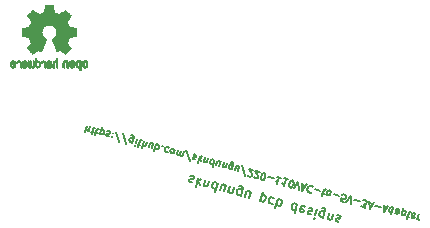
<source format=gbr>
G04 #@! TF.GenerationSoftware,KiCad,Pcbnew,(5.1.2-1)-1*
G04 #@! TF.CreationDate,2019-07-25T11:00:41+03:00*
G04 #@! TF.ProjectId,220_to_5v_charger,3232305f-746f-45f3-9576-5f6368617267,rev?*
G04 #@! TF.SameCoordinates,Original*
G04 #@! TF.FileFunction,Legend,Bot*
G04 #@! TF.FilePolarity,Positive*
%FSLAX46Y46*%
G04 Gerber Fmt 4.6, Leading zero omitted, Abs format (unit mm)*
G04 Created by KiCad (PCBNEW (5.1.2-1)-1) date 2019-07-25 11:00:41*
%MOMM*%
%LPD*%
G04 APERTURE LIST*
%ADD10C,0.150000*%
%ADD11C,0.010000*%
G04 APERTURE END LIST*
D10*
X100949498Y-89226553D02*
X101032952Y-89209475D01*
X101180141Y-89248914D01*
X101243875Y-89305431D01*
X101260953Y-89388885D01*
X101251093Y-89425682D01*
X101194576Y-89489417D01*
X101111122Y-89506495D01*
X101000731Y-89476915D01*
X100917277Y-89493993D01*
X100860760Y-89557727D01*
X100850900Y-89594525D01*
X100867978Y-89677979D01*
X100931712Y-89734495D01*
X101042104Y-89764075D01*
X101125558Y-89746997D01*
X101621707Y-89367232D02*
X101414651Y-90139972D01*
X101616423Y-89681329D02*
X101916084Y-89446110D01*
X101778047Y-89961270D02*
X101562548Y-89588015D01*
X102109222Y-90050008D02*
X102247259Y-89534848D01*
X102128941Y-89976414D02*
X102155879Y-90023071D01*
X102219613Y-90079588D01*
X102330005Y-90109167D01*
X102413459Y-90092089D01*
X102469976Y-90028355D01*
X102578433Y-89623586D01*
X103277580Y-89810921D02*
X103070524Y-90583662D01*
X103267720Y-89847719D02*
X103203985Y-89791202D01*
X103056797Y-89751763D01*
X102973342Y-89768840D01*
X102926685Y-89795778D01*
X102870169Y-89859512D01*
X102811010Y-90080295D01*
X102828088Y-90163750D01*
X102855025Y-90210406D01*
X102918760Y-90266923D01*
X103065948Y-90306362D01*
X103149403Y-90289285D01*
X103838689Y-90513418D02*
X103976726Y-89998257D01*
X103507515Y-90424680D02*
X103615972Y-90019911D01*
X103672489Y-89956176D01*
X103755943Y-89939098D01*
X103866334Y-89968678D01*
X103930069Y-90025195D01*
X103957006Y-90071851D01*
X104206661Y-90612015D02*
X104344698Y-90096855D01*
X104226380Y-90538421D02*
X104253318Y-90585078D01*
X104317052Y-90641595D01*
X104427444Y-90671174D01*
X104510898Y-90654096D01*
X104567415Y-90590362D01*
X104675872Y-90185593D01*
X105236982Y-90888089D02*
X105404598Y-90262537D01*
X105387520Y-90179083D01*
X105360583Y-90132426D01*
X105296848Y-90075909D01*
X105186457Y-90046330D01*
X105103003Y-90063407D01*
X105365159Y-90409726D02*
X105301424Y-90353209D01*
X105154235Y-90313770D01*
X105070781Y-90330847D01*
X105024124Y-90357785D01*
X104967608Y-90421519D01*
X104908449Y-90642302D01*
X104925527Y-90725757D01*
X104952464Y-90772414D01*
X105016199Y-90828930D01*
X105163387Y-90868369D01*
X105246841Y-90851292D01*
X105936128Y-91075425D02*
X106074165Y-90560264D01*
X105604953Y-90986687D02*
X105713411Y-90581918D01*
X105769928Y-90518183D01*
X105853382Y-90501106D01*
X105963773Y-90530685D01*
X106027508Y-90587202D01*
X106054445Y-90633859D01*
X106892855Y-91331779D02*
X107099910Y-90559038D01*
X106902714Y-91294982D02*
X106966449Y-91351498D01*
X107113638Y-91390937D01*
X107197092Y-91373860D01*
X107243749Y-91346922D01*
X107300265Y-91283188D01*
X107359424Y-91062405D01*
X107342346Y-90978951D01*
X107315409Y-90932294D01*
X107251674Y-90875777D01*
X107104486Y-90836338D01*
X107021032Y-90853415D01*
X108051352Y-91129489D02*
X107987618Y-91072972D01*
X107840429Y-91033533D01*
X107756975Y-91050611D01*
X107710318Y-91077548D01*
X107653801Y-91141283D01*
X107594643Y-91362066D01*
X107611720Y-91445520D01*
X107638658Y-91492177D01*
X107702392Y-91548694D01*
X107849581Y-91588133D01*
X107933035Y-91571055D01*
X108392387Y-91181430D02*
X108185332Y-91954171D01*
X108264210Y-91659793D02*
X108327944Y-91716310D01*
X108475133Y-91755749D01*
X108558587Y-91738671D01*
X108605244Y-91711734D01*
X108661761Y-91647999D01*
X108720919Y-91427216D01*
X108703842Y-91343762D01*
X108676904Y-91297105D01*
X108613170Y-91240589D01*
X108465981Y-91201149D01*
X108382527Y-91218227D01*
X110011462Y-91615260D02*
X109804407Y-92388001D01*
X110001603Y-91652057D02*
X109937868Y-91595540D01*
X109790679Y-91556101D01*
X109707225Y-91573179D01*
X109660568Y-91600116D01*
X109604052Y-91663851D01*
X109544893Y-91884634D01*
X109561971Y-91968088D01*
X109588908Y-92014745D01*
X109652643Y-92071262D01*
X109799831Y-92110701D01*
X109883285Y-92093623D01*
X110663952Y-91829533D02*
X110600217Y-91773016D01*
X110453029Y-91733577D01*
X110369574Y-91750655D01*
X110313058Y-91814389D01*
X110234180Y-92108767D01*
X110251257Y-92192221D01*
X110314992Y-92248738D01*
X110462180Y-92288177D01*
X110545635Y-92271099D01*
X110602151Y-92207365D01*
X110621871Y-92133770D01*
X110273619Y-91961578D01*
X110995126Y-91918271D02*
X111078581Y-91901193D01*
X111225769Y-91940632D01*
X111289504Y-91997149D01*
X111306581Y-92080603D01*
X111296722Y-92117400D01*
X111240205Y-92181135D01*
X111156751Y-92198213D01*
X111046359Y-92168633D01*
X110962905Y-92185711D01*
X110906388Y-92249446D01*
X110896529Y-92286243D01*
X110913606Y-92369697D01*
X110977341Y-92426214D01*
X111087732Y-92455793D01*
X111171187Y-92438715D01*
X111667335Y-92058950D02*
X111529299Y-92574110D01*
X111460280Y-92831690D02*
X111433343Y-92785033D01*
X111480000Y-92758096D01*
X111506937Y-92804753D01*
X111460280Y-92831690D01*
X111480000Y-92758096D01*
X112228445Y-92761446D02*
X112396061Y-92135894D01*
X112378983Y-92052440D01*
X112352046Y-92005783D01*
X112288311Y-91949266D01*
X112177920Y-91919687D01*
X112094466Y-91936764D01*
X112356622Y-92283083D02*
X112292887Y-92226566D01*
X112145699Y-92187127D01*
X112062244Y-92204204D01*
X112015588Y-92231142D01*
X111959071Y-92294876D01*
X111899912Y-92515659D01*
X111916990Y-92599114D01*
X111943927Y-92645770D01*
X112007662Y-92702287D01*
X112154850Y-92741726D01*
X112238305Y-92724649D01*
X112596417Y-92860044D02*
X112734453Y-92344883D01*
X112616136Y-92786449D02*
X112643074Y-92833106D01*
X112706808Y-92889623D01*
X112817200Y-92919202D01*
X112900654Y-92902125D01*
X112957170Y-92838390D01*
X113065628Y-92433621D01*
X113386943Y-92559156D02*
X113470397Y-92542079D01*
X113617586Y-92581518D01*
X113681320Y-92638034D01*
X113698398Y-92721489D01*
X113688538Y-92758286D01*
X113632021Y-92822020D01*
X113548567Y-92839098D01*
X113438176Y-92809519D01*
X113354722Y-92826596D01*
X113298205Y-92890331D01*
X113288345Y-92927128D01*
X113305423Y-93010582D01*
X113369157Y-93067099D01*
X113479549Y-93096678D01*
X113563003Y-93079600D01*
X92245331Y-84966456D02*
X92090040Y-85546012D01*
X92493712Y-85033010D02*
X92412369Y-85336587D01*
X92369981Y-85384387D01*
X92307391Y-85397196D01*
X92224597Y-85375011D01*
X92176796Y-85332624D01*
X92156593Y-85297631D01*
X92583370Y-85471144D02*
X92804153Y-85530303D01*
X92614400Y-85686514D02*
X92747506Y-85189752D01*
X92789894Y-85141951D01*
X92852485Y-85129143D01*
X92907680Y-85143932D01*
X92914544Y-85559882D02*
X93135327Y-85619041D01*
X92945574Y-85775252D02*
X93078681Y-85278490D01*
X93121069Y-85230689D01*
X93183659Y-85217881D01*
X93238855Y-85232670D01*
X93328512Y-85670804D02*
X93483804Y-85091249D01*
X93335907Y-85643207D02*
X93383708Y-85685594D01*
X93494100Y-85715173D01*
X93556690Y-85702365D01*
X93591683Y-85682162D01*
X93634071Y-85634361D01*
X93678440Y-85468774D01*
X93665631Y-85406183D01*
X93645428Y-85371191D01*
X93597627Y-85328803D01*
X93487236Y-85299224D01*
X93424645Y-85312032D01*
X93921407Y-85445139D02*
X93983998Y-85432331D01*
X94094389Y-85461910D01*
X94142190Y-85504298D01*
X94154998Y-85566888D01*
X94147604Y-85594486D01*
X94105216Y-85642287D01*
X94042625Y-85655095D01*
X93959832Y-85632911D01*
X93897241Y-85645719D01*
X93854854Y-85693520D01*
X93847459Y-85721118D01*
X93860267Y-85783708D01*
X93908068Y-85826096D01*
X93990862Y-85848280D01*
X94053452Y-85835472D01*
X94410774Y-85605844D02*
X94445767Y-85585641D01*
X94425564Y-85550648D01*
X94390571Y-85570851D01*
X94410774Y-85605844D01*
X94425564Y-85550648D01*
X94329431Y-85909420D02*
X94364424Y-85889217D01*
X94344221Y-85854225D01*
X94309228Y-85874428D01*
X94329431Y-85909420D01*
X94344221Y-85854225D01*
X94952825Y-86342672D02*
X94655723Y-85464422D01*
X95559978Y-86505358D02*
X95262876Y-85627109D01*
X96060703Y-86402893D02*
X96186415Y-85933729D01*
X96173607Y-85871138D01*
X96153403Y-85836145D01*
X96105603Y-85793758D01*
X96022809Y-85771573D01*
X95960218Y-85784381D01*
X96156835Y-86044120D02*
X96109035Y-86001733D01*
X95998643Y-85972153D01*
X95936052Y-85984961D01*
X95901060Y-86005165D01*
X95858672Y-86052965D01*
X95814303Y-86218553D01*
X95827111Y-86281143D01*
X95847314Y-86316136D01*
X95895115Y-86358524D01*
X96005507Y-86388103D01*
X96068097Y-86375295D01*
X96440209Y-86090471D02*
X96336681Y-86476841D01*
X96284918Y-86670026D02*
X96264715Y-86635033D01*
X96299707Y-86614830D01*
X96319910Y-86649823D01*
X96284918Y-86670026D01*
X96299707Y-86614830D01*
X96529867Y-86528605D02*
X96750650Y-86587763D01*
X96560896Y-86743974D02*
X96694003Y-86247212D01*
X96736391Y-86199412D01*
X96798982Y-86186603D01*
X96854177Y-86201393D01*
X97047362Y-86253157D02*
X96892071Y-86832712D01*
X97295743Y-86319710D02*
X97214400Y-86623287D01*
X97172013Y-86671088D01*
X97109422Y-86683896D01*
X97026628Y-86661712D01*
X96978828Y-86619324D01*
X96958624Y-86584331D01*
X97716575Y-86846582D02*
X97820103Y-86460212D01*
X97468195Y-86780029D02*
X97549538Y-86476452D01*
X97591925Y-86428651D01*
X97654516Y-86415843D01*
X97737309Y-86438028D01*
X97785110Y-86480415D01*
X97805313Y-86515408D01*
X98096082Y-86534160D02*
X97940790Y-87113716D01*
X97999949Y-86892933D02*
X98047750Y-86935320D01*
X98158142Y-86964900D01*
X98220732Y-86952091D01*
X98255725Y-86931888D01*
X98298112Y-86884087D01*
X98342481Y-86718500D01*
X98329673Y-86655910D01*
X98309470Y-86620917D01*
X98261669Y-86578529D01*
X98151278Y-86548950D01*
X98088687Y-86561758D01*
X98605652Y-86729858D02*
X98640645Y-86709655D01*
X98620442Y-86674662D01*
X98585449Y-86694865D01*
X98605652Y-86729858D01*
X98620442Y-86674662D01*
X99137407Y-86842762D02*
X99089606Y-86800374D01*
X98979214Y-86770795D01*
X98916624Y-86783603D01*
X98881631Y-86803806D01*
X98839243Y-86851607D01*
X98794874Y-87017194D01*
X98807683Y-87079785D01*
X98827886Y-87114778D01*
X98875686Y-87157165D01*
X98986078Y-87186745D01*
X99048669Y-87173936D01*
X99475976Y-86903902D02*
X99413385Y-86916710D01*
X99378393Y-86936913D01*
X99336005Y-86984714D01*
X99291636Y-87150301D01*
X99304444Y-87212892D01*
X99324647Y-87247885D01*
X99372448Y-87290272D01*
X99455242Y-87312457D01*
X99517833Y-87299648D01*
X99552825Y-87279445D01*
X99595213Y-87231644D01*
X99639582Y-87066057D01*
X99626774Y-87003467D01*
X99606571Y-86968474D01*
X99558770Y-86926086D01*
X99475976Y-86903902D01*
X99917542Y-87022219D02*
X99814014Y-87408589D01*
X99828804Y-87353394D02*
X99849007Y-87388386D01*
X99896808Y-87430774D01*
X99979602Y-87452958D01*
X100042192Y-87440150D01*
X100084580Y-87392349D01*
X100165923Y-87088773D01*
X100084580Y-87392349D02*
X100097388Y-87454940D01*
X100145189Y-87497327D01*
X100227983Y-87519512D01*
X100290573Y-87506704D01*
X100332961Y-87458903D01*
X100414304Y-87155326D01*
X100941565Y-87947350D02*
X100644463Y-87069100D01*
X101262443Y-87412164D02*
X101325034Y-87399355D01*
X101435425Y-87428935D01*
X101483226Y-87471322D01*
X101496035Y-87533913D01*
X101488640Y-87561511D01*
X101446252Y-87609312D01*
X101383662Y-87622120D01*
X101300868Y-87599935D01*
X101238277Y-87612744D01*
X101195890Y-87660545D01*
X101188495Y-87688142D01*
X101201303Y-87750733D01*
X101249104Y-87793121D01*
X101331898Y-87815305D01*
X101394488Y-87802497D01*
X101766600Y-87517673D02*
X101611309Y-88097228D01*
X101762637Y-87753245D02*
X101987383Y-87576831D01*
X101883855Y-87963202D02*
X101722231Y-87683260D01*
X102132236Y-88029755D02*
X102235764Y-87643385D01*
X102147026Y-87974559D02*
X102167229Y-88009552D01*
X102215030Y-88051940D01*
X102297824Y-88074124D01*
X102360414Y-88061316D01*
X102402802Y-88013515D01*
X102484145Y-87709938D01*
X103008505Y-87850440D02*
X102853213Y-88429996D01*
X103001110Y-87878038D02*
X102953309Y-87835650D01*
X102842917Y-87806071D01*
X102780327Y-87818879D01*
X102745334Y-87839082D01*
X102702947Y-87886883D01*
X102658578Y-88052471D01*
X102671386Y-88115061D01*
X102691589Y-88150054D01*
X102739390Y-88192441D01*
X102849781Y-88222021D01*
X102912372Y-88209212D01*
X103429337Y-88377312D02*
X103532864Y-87990942D01*
X103180956Y-88310759D02*
X103262299Y-88007182D01*
X103304687Y-87959381D01*
X103367277Y-87946573D01*
X103450071Y-87968757D01*
X103497872Y-88011145D01*
X103518075Y-88046138D01*
X103705316Y-88451260D02*
X103808843Y-88064890D01*
X103720105Y-88396065D02*
X103740308Y-88431057D01*
X103788109Y-88473445D01*
X103870903Y-88495629D01*
X103933493Y-88482821D01*
X103975881Y-88435020D01*
X104057224Y-88131444D01*
X104478056Y-88658316D02*
X104603768Y-88189152D01*
X104590960Y-88126561D01*
X104570757Y-88091568D01*
X104522956Y-88049181D01*
X104440163Y-88026996D01*
X104377572Y-88039805D01*
X104574189Y-88299543D02*
X104526388Y-88257156D01*
X104415997Y-88227576D01*
X104353406Y-88240385D01*
X104318413Y-88260588D01*
X104276026Y-88308389D01*
X104231657Y-88473976D01*
X104244465Y-88536566D01*
X104264668Y-88571559D01*
X104312469Y-88613947D01*
X104422861Y-88643526D01*
X104485451Y-88630718D01*
X105002416Y-88798817D02*
X105105944Y-88412447D01*
X104754035Y-88732264D02*
X104835378Y-88428687D01*
X104877766Y-88380886D01*
X104940356Y-88368078D01*
X105023150Y-88390263D01*
X105070951Y-88432650D01*
X105091154Y-88467643D01*
X105633204Y-89204471D02*
X105336103Y-88326222D01*
X105820976Y-89166047D02*
X105841179Y-89201039D01*
X105888980Y-89243427D01*
X106026970Y-89280401D01*
X106089560Y-89267593D01*
X106124553Y-89247390D01*
X106166940Y-89199589D01*
X106181730Y-89144393D01*
X106176317Y-89054205D01*
X105933880Y-88634292D01*
X106292653Y-88730425D01*
X106372934Y-89313943D02*
X106393137Y-89348936D01*
X106440938Y-89391323D01*
X106578927Y-89428298D01*
X106641518Y-89415489D01*
X106676510Y-89395286D01*
X106718898Y-89347485D01*
X106733688Y-89292290D01*
X106728274Y-89202101D01*
X106485838Y-88782189D01*
X106844610Y-88878321D01*
X107048091Y-89554010D02*
X107103287Y-89568799D01*
X107165877Y-89555991D01*
X107200870Y-89535788D01*
X107243258Y-89487987D01*
X107300435Y-89384990D01*
X107337409Y-89247001D01*
X107339391Y-89129215D01*
X107326582Y-89066624D01*
X107306379Y-89031631D01*
X107258578Y-88989244D01*
X107203383Y-88974454D01*
X107140792Y-88987262D01*
X107105799Y-89007465D01*
X107063412Y-89055266D01*
X107006235Y-89158263D01*
X106969260Y-89296252D01*
X106967279Y-89414039D01*
X106980087Y-89476629D01*
X107000290Y-89511622D01*
X107048091Y-89554010D01*
X107585790Y-89313555D02*
X108027356Y-89431872D01*
X108666070Y-89366380D02*
X108334896Y-89277642D01*
X108500483Y-89322011D02*
X108345192Y-89901567D01*
X108312180Y-89803983D01*
X108271774Y-89733998D01*
X108223973Y-89691610D01*
X109218028Y-89514277D02*
X108886853Y-89425539D01*
X109052441Y-89469908D02*
X108897149Y-90049463D01*
X108864138Y-89951880D01*
X108823732Y-89881895D01*
X108775931Y-89839507D01*
X109421509Y-90189965D02*
X109476705Y-90204755D01*
X109539295Y-90191946D01*
X109574288Y-90171743D01*
X109616675Y-90123943D01*
X109673853Y-90020946D01*
X109710827Y-89882956D01*
X109712808Y-89765170D01*
X109700000Y-89702579D01*
X109679797Y-89667587D01*
X109631996Y-89625199D01*
X109576800Y-89610410D01*
X109514210Y-89623218D01*
X109479217Y-89643421D01*
X109436829Y-89691222D01*
X109379652Y-89794218D01*
X109342678Y-89932208D01*
X109340697Y-90049994D01*
X109353505Y-90112585D01*
X109373708Y-90147578D01*
X109421509Y-90189965D01*
X109780281Y-90286098D02*
X110128758Y-89758306D01*
X110166652Y-90389625D01*
X110443161Y-90020026D02*
X110719140Y-90093975D01*
X110432335Y-89839649D02*
X110470228Y-90470969D01*
X110818705Y-89943177D01*
X111328275Y-90138874D02*
X111308072Y-90103882D01*
X111232673Y-90054099D01*
X111177477Y-90039310D01*
X111087289Y-90044723D01*
X111017304Y-90085129D01*
X110974916Y-90132930D01*
X110917739Y-90235927D01*
X110895554Y-90318720D01*
X110893573Y-90436507D01*
X110906381Y-90499097D01*
X110946787Y-90569083D01*
X111022186Y-90618865D01*
X111077382Y-90633655D01*
X111167570Y-90628241D01*
X111202563Y-90608038D01*
X111532287Y-90371015D02*
X111973853Y-90489332D01*
X112122669Y-90706684D02*
X112343452Y-90765842D01*
X112153699Y-90922053D02*
X112286806Y-90425291D01*
X112329194Y-90377490D01*
X112391784Y-90364682D01*
X112446980Y-90379472D01*
X112722959Y-90453420D02*
X112660368Y-90466228D01*
X112625375Y-90486431D01*
X112582988Y-90534232D01*
X112538619Y-90699820D01*
X112551427Y-90762410D01*
X112571630Y-90797403D01*
X112619431Y-90839790D01*
X112702225Y-90861975D01*
X112764815Y-90849167D01*
X112799808Y-90828964D01*
X112842196Y-90781163D01*
X112886565Y-90615575D01*
X112873756Y-90552985D01*
X112853553Y-90517992D01*
X112805752Y-90475605D01*
X112722959Y-90453420D01*
X113105366Y-90792520D02*
X113546932Y-90910838D01*
X114002757Y-91417507D02*
X113726778Y-91343559D01*
X113773129Y-91060185D01*
X113793332Y-91095178D01*
X113841133Y-91137565D01*
X113979122Y-91174539D01*
X114041713Y-91161731D01*
X114076705Y-91141528D01*
X114119093Y-91093727D01*
X114156067Y-90955738D01*
X114143259Y-90893147D01*
X114123056Y-90858154D01*
X114075255Y-90815767D01*
X113937265Y-90778793D01*
X113874675Y-90791601D01*
X113839682Y-90811804D01*
X114195942Y-91469271D02*
X114544419Y-90941479D01*
X114582313Y-91572798D01*
X114871631Y-91265790D02*
X115313197Y-91384107D01*
X115437847Y-91802038D02*
X115796619Y-91898171D01*
X115662593Y-91625624D01*
X115745386Y-91647808D01*
X115807977Y-91635000D01*
X115842970Y-91614797D01*
X115885357Y-91566996D01*
X115922331Y-91429007D01*
X115909523Y-91366416D01*
X115889320Y-91331423D01*
X115841519Y-91289036D01*
X115675932Y-91244667D01*
X115613341Y-91257475D01*
X115578349Y-91277678D01*
X116128325Y-91543361D02*
X116404304Y-91617309D01*
X116117498Y-91362984D02*
X116155392Y-91994304D01*
X116503868Y-91466512D01*
X116637895Y-91739059D02*
X117079461Y-91857376D01*
X117342632Y-91868734D02*
X117618610Y-91942682D01*
X117331805Y-91688357D02*
X117369699Y-92319676D01*
X117718175Y-91791884D01*
X118159741Y-91910202D02*
X118004450Y-92489757D01*
X118152346Y-91937800D02*
X118104545Y-91895412D01*
X117994154Y-91865833D01*
X117931563Y-91878641D01*
X117896571Y-91898844D01*
X117854183Y-91946645D01*
X117809814Y-92112232D01*
X117822622Y-92174823D01*
X117842825Y-92209815D01*
X117890626Y-92252203D01*
X118001018Y-92281782D01*
X118063608Y-92268974D01*
X118684101Y-92050703D02*
X118602758Y-92354280D01*
X118560370Y-92402081D01*
X118497780Y-92414889D01*
X118387388Y-92385310D01*
X118339587Y-92342922D01*
X118676706Y-92078301D02*
X118628905Y-92035914D01*
X118490916Y-91998940D01*
X118428325Y-92011748D01*
X118385938Y-92059549D01*
X118371148Y-92114745D01*
X118383956Y-92177335D01*
X118431757Y-92219723D01*
X118569747Y-92256697D01*
X118617547Y-92299084D01*
X118856552Y-92511022D02*
X119011844Y-91931467D01*
X118863947Y-92483424D02*
X118911748Y-92525812D01*
X119022139Y-92555391D01*
X119084730Y-92542583D01*
X119119723Y-92522380D01*
X119162110Y-92474579D01*
X119206479Y-92308992D01*
X119193671Y-92246401D01*
X119173468Y-92211408D01*
X119125667Y-92169021D01*
X119015276Y-92139441D01*
X118952685Y-92152250D01*
X119298118Y-92629339D02*
X119518901Y-92688498D01*
X119329148Y-92844709D02*
X119462255Y-92347947D01*
X119504643Y-92300146D01*
X119567233Y-92287338D01*
X119622429Y-92302128D01*
X120029002Y-92440648D02*
X119981201Y-92398260D01*
X119870810Y-92368681D01*
X119808219Y-92381489D01*
X119765832Y-92429290D01*
X119706673Y-92650073D01*
X119719481Y-92712664D01*
X119767282Y-92755051D01*
X119877674Y-92784631D01*
X119940264Y-92771823D01*
X119982652Y-92724022D01*
X119997442Y-92668826D01*
X119736252Y-92539682D01*
X120312376Y-92486998D02*
X120208848Y-92873369D01*
X120238428Y-92762977D02*
X120251236Y-92825568D01*
X120271439Y-92860560D01*
X120319240Y-92902948D01*
X120374436Y-92917738D01*
D11*
G36*
X88896090Y-74742348D02*
G01*
X88817546Y-74742778D01*
X88760702Y-74743942D01*
X88721895Y-74746207D01*
X88697462Y-74749940D01*
X88683738Y-74755506D01*
X88677060Y-74763273D01*
X88673764Y-74773605D01*
X88673444Y-74774943D01*
X88668438Y-74799079D01*
X88659171Y-74846701D01*
X88646608Y-74912741D01*
X88631713Y-74992128D01*
X88615449Y-75079796D01*
X88614881Y-75082875D01*
X88598590Y-75168789D01*
X88583348Y-75244696D01*
X88570139Y-75306045D01*
X88559946Y-75348282D01*
X88553752Y-75366855D01*
X88553457Y-75367184D01*
X88535212Y-75376253D01*
X88497595Y-75391367D01*
X88448729Y-75409262D01*
X88448457Y-75409358D01*
X88386907Y-75432493D01*
X88314343Y-75461965D01*
X88245943Y-75491597D01*
X88242706Y-75493062D01*
X88131298Y-75543626D01*
X87884601Y-75375160D01*
X87808923Y-75323803D01*
X87740369Y-75277889D01*
X87682912Y-75240030D01*
X87640524Y-75212837D01*
X87617175Y-75198921D01*
X87614958Y-75197889D01*
X87597990Y-75202484D01*
X87566299Y-75224655D01*
X87518648Y-75265447D01*
X87453802Y-75325905D01*
X87387603Y-75390227D01*
X87323786Y-75453612D01*
X87266671Y-75511451D01*
X87219695Y-75560175D01*
X87186297Y-75596210D01*
X87169915Y-75615984D01*
X87169306Y-75617002D01*
X87167495Y-75630572D01*
X87174317Y-75652733D01*
X87191460Y-75686478D01*
X87220607Y-75734800D01*
X87263445Y-75800692D01*
X87320552Y-75885517D01*
X87371234Y-75960177D01*
X87416539Y-76027140D01*
X87453850Y-76082516D01*
X87480548Y-76122420D01*
X87494015Y-76142962D01*
X87494863Y-76144356D01*
X87493219Y-76164038D01*
X87480755Y-76202293D01*
X87459952Y-76251889D01*
X87452538Y-76267728D01*
X87420186Y-76338290D01*
X87385672Y-76418353D01*
X87357635Y-76487629D01*
X87337432Y-76539045D01*
X87321385Y-76578119D01*
X87312112Y-76598541D01*
X87310959Y-76600114D01*
X87293904Y-76602721D01*
X87253702Y-76609863D01*
X87195698Y-76620523D01*
X87125237Y-76633685D01*
X87047665Y-76648333D01*
X86968328Y-76663449D01*
X86892569Y-76678018D01*
X86825736Y-76691022D01*
X86773172Y-76701445D01*
X86740224Y-76708270D01*
X86732143Y-76710199D01*
X86723795Y-76714962D01*
X86717494Y-76725718D01*
X86712955Y-76746098D01*
X86709896Y-76779734D01*
X86708033Y-76830255D01*
X86707082Y-76901292D01*
X86706760Y-76996476D01*
X86706743Y-77035492D01*
X86706743Y-77352799D01*
X86782943Y-77367839D01*
X86825337Y-77375995D01*
X86888600Y-77387899D01*
X86965038Y-77402116D01*
X87046957Y-77417210D01*
X87069600Y-77421355D01*
X87145194Y-77436053D01*
X87211047Y-77450505D01*
X87261634Y-77463375D01*
X87291426Y-77473322D01*
X87296388Y-77476287D01*
X87308574Y-77497283D01*
X87326047Y-77537967D01*
X87345423Y-77590322D01*
X87349266Y-77601600D01*
X87374661Y-77671523D01*
X87406183Y-77750418D01*
X87437031Y-77821266D01*
X87437183Y-77821595D01*
X87488553Y-77932733D01*
X87319601Y-78181253D01*
X87150648Y-78429772D01*
X87367571Y-78647058D01*
X87433181Y-78711726D01*
X87493021Y-78768733D01*
X87543733Y-78815033D01*
X87581954Y-78847584D01*
X87604325Y-78863343D01*
X87607534Y-78864343D01*
X87626374Y-78856469D01*
X87664820Y-78834578D01*
X87718670Y-78801267D01*
X87783724Y-78759131D01*
X87854060Y-78711943D01*
X87925445Y-78663810D01*
X87989092Y-78621928D01*
X88040959Y-78588871D01*
X88077005Y-78567218D01*
X88093133Y-78559543D01*
X88112811Y-78566037D01*
X88150125Y-78583150D01*
X88197379Y-78607326D01*
X88202388Y-78610013D01*
X88266023Y-78641927D01*
X88309659Y-78657579D01*
X88336798Y-78657745D01*
X88350943Y-78643204D01*
X88351025Y-78643000D01*
X88358095Y-78625779D01*
X88374958Y-78584899D01*
X88400305Y-78523525D01*
X88432829Y-78444819D01*
X88471222Y-78351947D01*
X88514178Y-78248072D01*
X88555778Y-78147502D01*
X88601496Y-78036516D01*
X88643474Y-77933703D01*
X88680452Y-77842215D01*
X88711173Y-77765201D01*
X88734378Y-77705815D01*
X88748810Y-77667209D01*
X88753257Y-77652800D01*
X88742104Y-77636272D01*
X88712931Y-77609930D01*
X88674029Y-77580887D01*
X88563243Y-77489039D01*
X88476649Y-77383759D01*
X88415284Y-77267266D01*
X88380185Y-77141776D01*
X88372392Y-77009507D01*
X88378057Y-76948457D01*
X88408922Y-76821795D01*
X88462080Y-76709941D01*
X88534233Y-76614001D01*
X88622083Y-76535076D01*
X88722335Y-76474270D01*
X88831690Y-76432687D01*
X88946853Y-76411428D01*
X89064525Y-76411599D01*
X89181410Y-76434301D01*
X89294211Y-76480638D01*
X89399631Y-76551713D01*
X89443632Y-76591911D01*
X89528021Y-76695129D01*
X89586778Y-76807925D01*
X89620296Y-76927010D01*
X89628965Y-77049095D01*
X89613177Y-77170893D01*
X89573322Y-77289116D01*
X89509793Y-77400475D01*
X89422979Y-77501684D01*
X89325971Y-77580887D01*
X89285563Y-77611162D01*
X89257018Y-77637219D01*
X89246743Y-77652825D01*
X89252123Y-77669843D01*
X89267425Y-77710500D01*
X89291388Y-77771642D01*
X89322756Y-77850119D01*
X89360268Y-77942780D01*
X89402667Y-78046472D01*
X89444337Y-78147526D01*
X89490310Y-78258607D01*
X89532893Y-78361541D01*
X89570779Y-78453165D01*
X89602660Y-78530316D01*
X89627229Y-78589831D01*
X89643180Y-78628544D01*
X89649090Y-78643000D01*
X89663052Y-78657685D01*
X89690060Y-78657642D01*
X89733587Y-78642099D01*
X89797110Y-78610284D01*
X89797612Y-78610013D01*
X89845440Y-78585323D01*
X89884103Y-78567338D01*
X89905905Y-78559614D01*
X89906867Y-78559543D01*
X89923279Y-78567378D01*
X89959513Y-78589165D01*
X90011526Y-78622328D01*
X90075275Y-78664291D01*
X90145940Y-78711943D01*
X90217884Y-78760191D01*
X90282726Y-78802151D01*
X90336265Y-78835227D01*
X90374303Y-78856821D01*
X90392467Y-78864343D01*
X90409192Y-78854457D01*
X90442820Y-78826826D01*
X90489990Y-78784495D01*
X90547342Y-78730505D01*
X90611516Y-78667899D01*
X90632503Y-78646983D01*
X90849501Y-78429623D01*
X90684332Y-78187220D01*
X90634136Y-78112781D01*
X90590081Y-78045972D01*
X90554638Y-77990665D01*
X90530281Y-77950729D01*
X90519478Y-77930036D01*
X90519162Y-77928563D01*
X90524857Y-77909058D01*
X90540174Y-77869822D01*
X90562463Y-77817430D01*
X90578107Y-77782355D01*
X90607359Y-77715201D01*
X90634906Y-77647358D01*
X90656263Y-77590034D01*
X90662065Y-77572572D01*
X90678548Y-77525938D01*
X90694660Y-77489905D01*
X90703510Y-77476287D01*
X90723040Y-77467952D01*
X90765666Y-77456137D01*
X90825855Y-77442181D01*
X90898078Y-77427422D01*
X90930400Y-77421355D01*
X91012478Y-77406273D01*
X91091205Y-77391669D01*
X91158891Y-77378980D01*
X91207840Y-77369642D01*
X91217057Y-77367839D01*
X91293257Y-77352799D01*
X91293257Y-77035492D01*
X91293086Y-76931154D01*
X91292384Y-76852213D01*
X91290866Y-76795038D01*
X91288251Y-76755999D01*
X91284254Y-76731465D01*
X91278591Y-76717805D01*
X91270980Y-76711389D01*
X91267857Y-76710199D01*
X91249022Y-76705980D01*
X91207412Y-76697562D01*
X91148370Y-76685961D01*
X91077243Y-76672195D01*
X90999375Y-76657280D01*
X90920113Y-76642232D01*
X90844802Y-76628069D01*
X90778787Y-76615806D01*
X90727413Y-76606461D01*
X90696025Y-76601050D01*
X90689041Y-76600114D01*
X90682715Y-76587596D01*
X90668710Y-76554246D01*
X90649645Y-76506377D01*
X90642366Y-76487629D01*
X90613004Y-76415195D01*
X90578429Y-76335170D01*
X90547463Y-76267728D01*
X90524677Y-76216159D01*
X90509518Y-76173785D01*
X90504458Y-76147834D01*
X90505264Y-76144356D01*
X90515959Y-76127936D01*
X90540380Y-76091417D01*
X90575905Y-76038687D01*
X90619913Y-75973635D01*
X90669783Y-75900151D01*
X90679644Y-75885645D01*
X90737508Y-75799704D01*
X90780044Y-75734261D01*
X90808946Y-75686304D01*
X90825910Y-75652820D01*
X90832633Y-75630795D01*
X90830810Y-75617217D01*
X90830764Y-75617131D01*
X90816414Y-75599297D01*
X90784677Y-75564817D01*
X90738990Y-75517268D01*
X90682796Y-75460222D01*
X90619532Y-75397255D01*
X90612398Y-75390227D01*
X90532670Y-75313020D01*
X90471143Y-75256330D01*
X90426579Y-75219110D01*
X90397743Y-75200315D01*
X90385042Y-75197889D01*
X90366506Y-75208471D01*
X90328039Y-75232916D01*
X90273614Y-75268612D01*
X90207202Y-75312947D01*
X90132775Y-75363311D01*
X90115399Y-75375160D01*
X89868703Y-75543626D01*
X89757294Y-75493062D01*
X89689543Y-75463595D01*
X89616817Y-75433959D01*
X89554297Y-75410330D01*
X89551543Y-75409358D01*
X89502640Y-75391457D01*
X89464943Y-75376320D01*
X89446575Y-75367210D01*
X89446544Y-75367184D01*
X89440715Y-75350717D01*
X89430808Y-75310219D01*
X89417805Y-75250242D01*
X89402691Y-75175340D01*
X89386448Y-75090064D01*
X89385119Y-75082875D01*
X89368825Y-74995014D01*
X89353867Y-74915260D01*
X89341209Y-74848681D01*
X89331814Y-74800347D01*
X89326646Y-74775325D01*
X89326556Y-74774943D01*
X89323411Y-74764299D01*
X89317296Y-74756262D01*
X89304547Y-74750467D01*
X89281500Y-74746547D01*
X89244491Y-74744135D01*
X89189856Y-74742865D01*
X89113933Y-74742371D01*
X89013056Y-74742286D01*
X89000000Y-74742286D01*
X88896090Y-74742348D01*
X88896090Y-74742348D01*
G37*
X88896090Y-74742348D02*
X88817546Y-74742778D01*
X88760702Y-74743942D01*
X88721895Y-74746207D01*
X88697462Y-74749940D01*
X88683738Y-74755506D01*
X88677060Y-74763273D01*
X88673764Y-74773605D01*
X88673444Y-74774943D01*
X88668438Y-74799079D01*
X88659171Y-74846701D01*
X88646608Y-74912741D01*
X88631713Y-74992128D01*
X88615449Y-75079796D01*
X88614881Y-75082875D01*
X88598590Y-75168789D01*
X88583348Y-75244696D01*
X88570139Y-75306045D01*
X88559946Y-75348282D01*
X88553752Y-75366855D01*
X88553457Y-75367184D01*
X88535212Y-75376253D01*
X88497595Y-75391367D01*
X88448729Y-75409262D01*
X88448457Y-75409358D01*
X88386907Y-75432493D01*
X88314343Y-75461965D01*
X88245943Y-75491597D01*
X88242706Y-75493062D01*
X88131298Y-75543626D01*
X87884601Y-75375160D01*
X87808923Y-75323803D01*
X87740369Y-75277889D01*
X87682912Y-75240030D01*
X87640524Y-75212837D01*
X87617175Y-75198921D01*
X87614958Y-75197889D01*
X87597990Y-75202484D01*
X87566299Y-75224655D01*
X87518648Y-75265447D01*
X87453802Y-75325905D01*
X87387603Y-75390227D01*
X87323786Y-75453612D01*
X87266671Y-75511451D01*
X87219695Y-75560175D01*
X87186297Y-75596210D01*
X87169915Y-75615984D01*
X87169306Y-75617002D01*
X87167495Y-75630572D01*
X87174317Y-75652733D01*
X87191460Y-75686478D01*
X87220607Y-75734800D01*
X87263445Y-75800692D01*
X87320552Y-75885517D01*
X87371234Y-75960177D01*
X87416539Y-76027140D01*
X87453850Y-76082516D01*
X87480548Y-76122420D01*
X87494015Y-76142962D01*
X87494863Y-76144356D01*
X87493219Y-76164038D01*
X87480755Y-76202293D01*
X87459952Y-76251889D01*
X87452538Y-76267728D01*
X87420186Y-76338290D01*
X87385672Y-76418353D01*
X87357635Y-76487629D01*
X87337432Y-76539045D01*
X87321385Y-76578119D01*
X87312112Y-76598541D01*
X87310959Y-76600114D01*
X87293904Y-76602721D01*
X87253702Y-76609863D01*
X87195698Y-76620523D01*
X87125237Y-76633685D01*
X87047665Y-76648333D01*
X86968328Y-76663449D01*
X86892569Y-76678018D01*
X86825736Y-76691022D01*
X86773172Y-76701445D01*
X86740224Y-76708270D01*
X86732143Y-76710199D01*
X86723795Y-76714962D01*
X86717494Y-76725718D01*
X86712955Y-76746098D01*
X86709896Y-76779734D01*
X86708033Y-76830255D01*
X86707082Y-76901292D01*
X86706760Y-76996476D01*
X86706743Y-77035492D01*
X86706743Y-77352799D01*
X86782943Y-77367839D01*
X86825337Y-77375995D01*
X86888600Y-77387899D01*
X86965038Y-77402116D01*
X87046957Y-77417210D01*
X87069600Y-77421355D01*
X87145194Y-77436053D01*
X87211047Y-77450505D01*
X87261634Y-77463375D01*
X87291426Y-77473322D01*
X87296388Y-77476287D01*
X87308574Y-77497283D01*
X87326047Y-77537967D01*
X87345423Y-77590322D01*
X87349266Y-77601600D01*
X87374661Y-77671523D01*
X87406183Y-77750418D01*
X87437031Y-77821266D01*
X87437183Y-77821595D01*
X87488553Y-77932733D01*
X87319601Y-78181253D01*
X87150648Y-78429772D01*
X87367571Y-78647058D01*
X87433181Y-78711726D01*
X87493021Y-78768733D01*
X87543733Y-78815033D01*
X87581954Y-78847584D01*
X87604325Y-78863343D01*
X87607534Y-78864343D01*
X87626374Y-78856469D01*
X87664820Y-78834578D01*
X87718670Y-78801267D01*
X87783724Y-78759131D01*
X87854060Y-78711943D01*
X87925445Y-78663810D01*
X87989092Y-78621928D01*
X88040959Y-78588871D01*
X88077005Y-78567218D01*
X88093133Y-78559543D01*
X88112811Y-78566037D01*
X88150125Y-78583150D01*
X88197379Y-78607326D01*
X88202388Y-78610013D01*
X88266023Y-78641927D01*
X88309659Y-78657579D01*
X88336798Y-78657745D01*
X88350943Y-78643204D01*
X88351025Y-78643000D01*
X88358095Y-78625779D01*
X88374958Y-78584899D01*
X88400305Y-78523525D01*
X88432829Y-78444819D01*
X88471222Y-78351947D01*
X88514178Y-78248072D01*
X88555778Y-78147502D01*
X88601496Y-78036516D01*
X88643474Y-77933703D01*
X88680452Y-77842215D01*
X88711173Y-77765201D01*
X88734378Y-77705815D01*
X88748810Y-77667209D01*
X88753257Y-77652800D01*
X88742104Y-77636272D01*
X88712931Y-77609930D01*
X88674029Y-77580887D01*
X88563243Y-77489039D01*
X88476649Y-77383759D01*
X88415284Y-77267266D01*
X88380185Y-77141776D01*
X88372392Y-77009507D01*
X88378057Y-76948457D01*
X88408922Y-76821795D01*
X88462080Y-76709941D01*
X88534233Y-76614001D01*
X88622083Y-76535076D01*
X88722335Y-76474270D01*
X88831690Y-76432687D01*
X88946853Y-76411428D01*
X89064525Y-76411599D01*
X89181410Y-76434301D01*
X89294211Y-76480638D01*
X89399631Y-76551713D01*
X89443632Y-76591911D01*
X89528021Y-76695129D01*
X89586778Y-76807925D01*
X89620296Y-76927010D01*
X89628965Y-77049095D01*
X89613177Y-77170893D01*
X89573322Y-77289116D01*
X89509793Y-77400475D01*
X89422979Y-77501684D01*
X89325971Y-77580887D01*
X89285563Y-77611162D01*
X89257018Y-77637219D01*
X89246743Y-77652825D01*
X89252123Y-77669843D01*
X89267425Y-77710500D01*
X89291388Y-77771642D01*
X89322756Y-77850119D01*
X89360268Y-77942780D01*
X89402667Y-78046472D01*
X89444337Y-78147526D01*
X89490310Y-78258607D01*
X89532893Y-78361541D01*
X89570779Y-78453165D01*
X89602660Y-78530316D01*
X89627229Y-78589831D01*
X89643180Y-78628544D01*
X89649090Y-78643000D01*
X89663052Y-78657685D01*
X89690060Y-78657642D01*
X89733587Y-78642099D01*
X89797110Y-78610284D01*
X89797612Y-78610013D01*
X89845440Y-78585323D01*
X89884103Y-78567338D01*
X89905905Y-78559614D01*
X89906867Y-78559543D01*
X89923279Y-78567378D01*
X89959513Y-78589165D01*
X90011526Y-78622328D01*
X90075275Y-78664291D01*
X90145940Y-78711943D01*
X90217884Y-78760191D01*
X90282726Y-78802151D01*
X90336265Y-78835227D01*
X90374303Y-78856821D01*
X90392467Y-78864343D01*
X90409192Y-78854457D01*
X90442820Y-78826826D01*
X90489990Y-78784495D01*
X90547342Y-78730505D01*
X90611516Y-78667899D01*
X90632503Y-78646983D01*
X90849501Y-78429623D01*
X90684332Y-78187220D01*
X90634136Y-78112781D01*
X90590081Y-78045972D01*
X90554638Y-77990665D01*
X90530281Y-77950729D01*
X90519478Y-77930036D01*
X90519162Y-77928563D01*
X90524857Y-77909058D01*
X90540174Y-77869822D01*
X90562463Y-77817430D01*
X90578107Y-77782355D01*
X90607359Y-77715201D01*
X90634906Y-77647358D01*
X90656263Y-77590034D01*
X90662065Y-77572572D01*
X90678548Y-77525938D01*
X90694660Y-77489905D01*
X90703510Y-77476287D01*
X90723040Y-77467952D01*
X90765666Y-77456137D01*
X90825855Y-77442181D01*
X90898078Y-77427422D01*
X90930400Y-77421355D01*
X91012478Y-77406273D01*
X91091205Y-77391669D01*
X91158891Y-77378980D01*
X91207840Y-77369642D01*
X91217057Y-77367839D01*
X91293257Y-77352799D01*
X91293257Y-77035492D01*
X91293086Y-76931154D01*
X91292384Y-76852213D01*
X91290866Y-76795038D01*
X91288251Y-76755999D01*
X91284254Y-76731465D01*
X91278591Y-76717805D01*
X91270980Y-76711389D01*
X91267857Y-76710199D01*
X91249022Y-76705980D01*
X91207412Y-76697562D01*
X91148370Y-76685961D01*
X91077243Y-76672195D01*
X90999375Y-76657280D01*
X90920113Y-76642232D01*
X90844802Y-76628069D01*
X90778787Y-76615806D01*
X90727413Y-76606461D01*
X90696025Y-76601050D01*
X90689041Y-76600114D01*
X90682715Y-76587596D01*
X90668710Y-76554246D01*
X90649645Y-76506377D01*
X90642366Y-76487629D01*
X90613004Y-76415195D01*
X90578429Y-76335170D01*
X90547463Y-76267728D01*
X90524677Y-76216159D01*
X90509518Y-76173785D01*
X90504458Y-76147834D01*
X90505264Y-76144356D01*
X90515959Y-76127936D01*
X90540380Y-76091417D01*
X90575905Y-76038687D01*
X90619913Y-75973635D01*
X90669783Y-75900151D01*
X90679644Y-75885645D01*
X90737508Y-75799704D01*
X90780044Y-75734261D01*
X90808946Y-75686304D01*
X90825910Y-75652820D01*
X90832633Y-75630795D01*
X90830810Y-75617217D01*
X90830764Y-75617131D01*
X90816414Y-75599297D01*
X90784677Y-75564817D01*
X90738990Y-75517268D01*
X90682796Y-75460222D01*
X90619532Y-75397255D01*
X90612398Y-75390227D01*
X90532670Y-75313020D01*
X90471143Y-75256330D01*
X90426579Y-75219110D01*
X90397743Y-75200315D01*
X90385042Y-75197889D01*
X90366506Y-75208471D01*
X90328039Y-75232916D01*
X90273614Y-75268612D01*
X90207202Y-75312947D01*
X90132775Y-75363311D01*
X90115399Y-75375160D01*
X89868703Y-75543626D01*
X89757294Y-75493062D01*
X89689543Y-75463595D01*
X89616817Y-75433959D01*
X89554297Y-75410330D01*
X89551543Y-75409358D01*
X89502640Y-75391457D01*
X89464943Y-75376320D01*
X89446575Y-75367210D01*
X89446544Y-75367184D01*
X89440715Y-75350717D01*
X89430808Y-75310219D01*
X89417805Y-75250242D01*
X89402691Y-75175340D01*
X89386448Y-75090064D01*
X89385119Y-75082875D01*
X89368825Y-74995014D01*
X89353867Y-74915260D01*
X89341209Y-74848681D01*
X89331814Y-74800347D01*
X89326646Y-74775325D01*
X89326556Y-74774943D01*
X89323411Y-74764299D01*
X89317296Y-74756262D01*
X89304547Y-74750467D01*
X89281500Y-74746547D01*
X89244491Y-74744135D01*
X89189856Y-74742865D01*
X89113933Y-74742371D01*
X89013056Y-74742286D01*
X89000000Y-74742286D01*
X88896090Y-74742348D01*
G36*
X85846405Y-79466966D02*
G01*
X85788979Y-79504497D01*
X85761281Y-79538096D01*
X85739338Y-79599064D01*
X85737595Y-79647308D01*
X85741543Y-79711816D01*
X85890314Y-79776934D01*
X85962651Y-79810202D01*
X86009916Y-79836964D01*
X86034493Y-79860144D01*
X86038763Y-79882667D01*
X86025111Y-79907455D01*
X86010057Y-79923886D01*
X85966254Y-79950235D01*
X85918611Y-79952081D01*
X85874855Y-79931546D01*
X85842711Y-79890752D01*
X85836962Y-79876347D01*
X85809424Y-79831356D01*
X85777742Y-79812182D01*
X85734286Y-79795779D01*
X85734286Y-79857966D01*
X85738128Y-79900283D01*
X85753177Y-79935969D01*
X85784720Y-79976943D01*
X85789408Y-79982267D01*
X85824494Y-80018720D01*
X85854653Y-80038283D01*
X85892385Y-80047283D01*
X85923665Y-80050230D01*
X85979615Y-80050965D01*
X86019445Y-80041660D01*
X86044292Y-80027846D01*
X86083344Y-79997467D01*
X86110375Y-79964613D01*
X86127483Y-79923294D01*
X86136762Y-79867521D01*
X86140307Y-79791305D01*
X86140590Y-79752622D01*
X86139628Y-79706247D01*
X86051993Y-79706247D01*
X86050977Y-79731126D01*
X86048444Y-79735200D01*
X86031726Y-79729665D01*
X85995751Y-79715017D01*
X85947669Y-79694190D01*
X85937614Y-79689714D01*
X85876848Y-79658814D01*
X85843368Y-79631657D01*
X85836010Y-79606220D01*
X85853609Y-79580481D01*
X85868144Y-79569109D01*
X85920590Y-79546364D01*
X85969678Y-79550122D01*
X86010773Y-79577884D01*
X86039242Y-79627152D01*
X86048369Y-79666257D01*
X86051993Y-79706247D01*
X86139628Y-79706247D01*
X86138715Y-79662249D01*
X86131804Y-79595384D01*
X86118116Y-79546695D01*
X86095904Y-79510849D01*
X86063426Y-79482513D01*
X86049267Y-79473355D01*
X85984947Y-79449507D01*
X85914527Y-79448006D01*
X85846405Y-79466966D01*
X85846405Y-79466966D01*
G37*
X85846405Y-79466966D02*
X85788979Y-79504497D01*
X85761281Y-79538096D01*
X85739338Y-79599064D01*
X85737595Y-79647308D01*
X85741543Y-79711816D01*
X85890314Y-79776934D01*
X85962651Y-79810202D01*
X86009916Y-79836964D01*
X86034493Y-79860144D01*
X86038763Y-79882667D01*
X86025111Y-79907455D01*
X86010057Y-79923886D01*
X85966254Y-79950235D01*
X85918611Y-79952081D01*
X85874855Y-79931546D01*
X85842711Y-79890752D01*
X85836962Y-79876347D01*
X85809424Y-79831356D01*
X85777742Y-79812182D01*
X85734286Y-79795779D01*
X85734286Y-79857966D01*
X85738128Y-79900283D01*
X85753177Y-79935969D01*
X85784720Y-79976943D01*
X85789408Y-79982267D01*
X85824494Y-80018720D01*
X85854653Y-80038283D01*
X85892385Y-80047283D01*
X85923665Y-80050230D01*
X85979615Y-80050965D01*
X86019445Y-80041660D01*
X86044292Y-80027846D01*
X86083344Y-79997467D01*
X86110375Y-79964613D01*
X86127483Y-79923294D01*
X86136762Y-79867521D01*
X86140307Y-79791305D01*
X86140590Y-79752622D01*
X86139628Y-79706247D01*
X86051993Y-79706247D01*
X86050977Y-79731126D01*
X86048444Y-79735200D01*
X86031726Y-79729665D01*
X85995751Y-79715017D01*
X85947669Y-79694190D01*
X85937614Y-79689714D01*
X85876848Y-79658814D01*
X85843368Y-79631657D01*
X85836010Y-79606220D01*
X85853609Y-79580481D01*
X85868144Y-79569109D01*
X85920590Y-79546364D01*
X85969678Y-79550122D01*
X86010773Y-79577884D01*
X86039242Y-79627152D01*
X86048369Y-79666257D01*
X86051993Y-79706247D01*
X86139628Y-79706247D01*
X86138715Y-79662249D01*
X86131804Y-79595384D01*
X86118116Y-79546695D01*
X86095904Y-79510849D01*
X86063426Y-79482513D01*
X86049267Y-79473355D01*
X85984947Y-79449507D01*
X85914527Y-79448006D01*
X85846405Y-79466966D01*
G36*
X86347400Y-79458752D02*
G01*
X86330052Y-79466334D01*
X86288644Y-79499128D01*
X86253235Y-79546547D01*
X86231336Y-79597151D01*
X86227771Y-79622098D01*
X86239721Y-79656927D01*
X86265933Y-79675357D01*
X86294036Y-79686516D01*
X86306905Y-79688572D01*
X86313171Y-79673649D01*
X86325544Y-79641175D01*
X86330972Y-79626502D01*
X86361410Y-79575744D01*
X86405480Y-79550427D01*
X86461990Y-79551206D01*
X86466175Y-79552203D01*
X86496345Y-79566507D01*
X86518524Y-79594393D01*
X86533673Y-79639287D01*
X86542750Y-79704615D01*
X86546714Y-79793804D01*
X86547086Y-79841261D01*
X86547270Y-79916071D01*
X86548478Y-79967069D01*
X86551691Y-79999471D01*
X86557891Y-80018495D01*
X86568060Y-80029356D01*
X86583181Y-80037272D01*
X86584054Y-80037670D01*
X86613172Y-80049981D01*
X86627597Y-80054514D01*
X86629814Y-80040809D01*
X86631711Y-80002925D01*
X86633153Y-79945715D01*
X86634002Y-79874027D01*
X86634171Y-79821565D01*
X86633308Y-79720047D01*
X86629930Y-79643032D01*
X86622858Y-79586023D01*
X86610912Y-79544526D01*
X86592910Y-79514043D01*
X86567673Y-79490080D01*
X86542753Y-79473355D01*
X86482829Y-79451097D01*
X86413089Y-79446076D01*
X86347400Y-79458752D01*
X86347400Y-79458752D01*
G37*
X86347400Y-79458752D02*
X86330052Y-79466334D01*
X86288644Y-79499128D01*
X86253235Y-79546547D01*
X86231336Y-79597151D01*
X86227771Y-79622098D01*
X86239721Y-79656927D01*
X86265933Y-79675357D01*
X86294036Y-79686516D01*
X86306905Y-79688572D01*
X86313171Y-79673649D01*
X86325544Y-79641175D01*
X86330972Y-79626502D01*
X86361410Y-79575744D01*
X86405480Y-79550427D01*
X86461990Y-79551206D01*
X86466175Y-79552203D01*
X86496345Y-79566507D01*
X86518524Y-79594393D01*
X86533673Y-79639287D01*
X86542750Y-79704615D01*
X86546714Y-79793804D01*
X86547086Y-79841261D01*
X86547270Y-79916071D01*
X86548478Y-79967069D01*
X86551691Y-79999471D01*
X86557891Y-80018495D01*
X86568060Y-80029356D01*
X86583181Y-80037272D01*
X86584054Y-80037670D01*
X86613172Y-80049981D01*
X86627597Y-80054514D01*
X86629814Y-80040809D01*
X86631711Y-80002925D01*
X86633153Y-79945715D01*
X86634002Y-79874027D01*
X86634171Y-79821565D01*
X86633308Y-79720047D01*
X86629930Y-79643032D01*
X86622858Y-79586023D01*
X86610912Y-79544526D01*
X86592910Y-79514043D01*
X86567673Y-79490080D01*
X86542753Y-79473355D01*
X86482829Y-79451097D01*
X86413089Y-79446076D01*
X86347400Y-79458752D01*
G36*
X86855124Y-79456335D02*
G01*
X86813333Y-79475344D01*
X86780531Y-79498378D01*
X86756497Y-79524133D01*
X86739903Y-79557358D01*
X86729423Y-79602800D01*
X86723729Y-79665207D01*
X86721493Y-79749327D01*
X86721257Y-79804721D01*
X86721257Y-80020826D01*
X86758226Y-80037670D01*
X86787344Y-80049981D01*
X86801769Y-80054514D01*
X86804528Y-80041025D01*
X86806718Y-80004653D01*
X86808058Y-79951542D01*
X86808343Y-79909372D01*
X86809566Y-79848447D01*
X86812864Y-79800115D01*
X86817679Y-79770518D01*
X86821504Y-79764229D01*
X86847217Y-79770652D01*
X86887582Y-79787125D01*
X86934321Y-79809458D01*
X86979155Y-79833457D01*
X87013807Y-79854930D01*
X87029998Y-79869685D01*
X87030062Y-79869845D01*
X87028670Y-79897152D01*
X87016182Y-79923219D01*
X86994257Y-79944392D01*
X86962257Y-79951474D01*
X86934908Y-79950649D01*
X86896174Y-79950042D01*
X86875842Y-79959116D01*
X86863631Y-79983092D01*
X86862091Y-79987613D01*
X86856797Y-80021806D01*
X86870953Y-80042568D01*
X86907852Y-80052462D01*
X86947711Y-80054292D01*
X87019438Y-80040727D01*
X87056568Y-80021355D01*
X87102424Y-79975845D01*
X87126744Y-79919983D01*
X87128927Y-79860957D01*
X87108371Y-79805953D01*
X87077451Y-79771486D01*
X87046580Y-79752189D01*
X86998058Y-79727759D01*
X86941515Y-79702985D01*
X86932090Y-79699199D01*
X86869981Y-79671791D01*
X86834178Y-79647634D01*
X86822663Y-79623619D01*
X86833420Y-79596635D01*
X86851886Y-79575543D01*
X86895531Y-79549572D01*
X86943554Y-79547624D01*
X86987594Y-79567637D01*
X87019291Y-79607551D01*
X87023451Y-79617848D01*
X87047673Y-79655724D01*
X87083035Y-79683842D01*
X87127657Y-79706917D01*
X87127657Y-79641485D01*
X87125031Y-79601506D01*
X87113770Y-79569997D01*
X87088801Y-79536378D01*
X87064831Y-79510484D01*
X87027559Y-79473817D01*
X86998599Y-79454121D01*
X86967495Y-79446220D01*
X86932287Y-79444914D01*
X86855124Y-79456335D01*
X86855124Y-79456335D01*
G37*
X86855124Y-79456335D02*
X86813333Y-79475344D01*
X86780531Y-79498378D01*
X86756497Y-79524133D01*
X86739903Y-79557358D01*
X86729423Y-79602800D01*
X86723729Y-79665207D01*
X86721493Y-79749327D01*
X86721257Y-79804721D01*
X86721257Y-80020826D01*
X86758226Y-80037670D01*
X86787344Y-80049981D01*
X86801769Y-80054514D01*
X86804528Y-80041025D01*
X86806718Y-80004653D01*
X86808058Y-79951542D01*
X86808343Y-79909372D01*
X86809566Y-79848447D01*
X86812864Y-79800115D01*
X86817679Y-79770518D01*
X86821504Y-79764229D01*
X86847217Y-79770652D01*
X86887582Y-79787125D01*
X86934321Y-79809458D01*
X86979155Y-79833457D01*
X87013807Y-79854930D01*
X87029998Y-79869685D01*
X87030062Y-79869845D01*
X87028670Y-79897152D01*
X87016182Y-79923219D01*
X86994257Y-79944392D01*
X86962257Y-79951474D01*
X86934908Y-79950649D01*
X86896174Y-79950042D01*
X86875842Y-79959116D01*
X86863631Y-79983092D01*
X86862091Y-79987613D01*
X86856797Y-80021806D01*
X86870953Y-80042568D01*
X86907852Y-80052462D01*
X86947711Y-80054292D01*
X87019438Y-80040727D01*
X87056568Y-80021355D01*
X87102424Y-79975845D01*
X87126744Y-79919983D01*
X87128927Y-79860957D01*
X87108371Y-79805953D01*
X87077451Y-79771486D01*
X87046580Y-79752189D01*
X86998058Y-79727759D01*
X86941515Y-79702985D01*
X86932090Y-79699199D01*
X86869981Y-79671791D01*
X86834178Y-79647634D01*
X86822663Y-79623619D01*
X86833420Y-79596635D01*
X86851886Y-79575543D01*
X86895531Y-79549572D01*
X86943554Y-79547624D01*
X86987594Y-79567637D01*
X87019291Y-79607551D01*
X87023451Y-79617848D01*
X87047673Y-79655724D01*
X87083035Y-79683842D01*
X87127657Y-79706917D01*
X87127657Y-79641485D01*
X87125031Y-79601506D01*
X87113770Y-79569997D01*
X87088801Y-79536378D01*
X87064831Y-79510484D01*
X87027559Y-79473817D01*
X86998599Y-79454121D01*
X86967495Y-79446220D01*
X86932287Y-79444914D01*
X86855124Y-79456335D01*
G36*
X87220167Y-79458663D02*
G01*
X87217952Y-79496850D01*
X87216216Y-79554886D01*
X87215101Y-79628180D01*
X87214743Y-79705055D01*
X87214743Y-79965196D01*
X87260674Y-80011127D01*
X87292325Y-80039429D01*
X87320110Y-80050893D01*
X87358085Y-80050168D01*
X87373160Y-80048321D01*
X87420274Y-80042948D01*
X87459244Y-80039869D01*
X87468743Y-80039585D01*
X87500767Y-80041445D01*
X87546568Y-80046114D01*
X87564326Y-80048321D01*
X87607943Y-80051735D01*
X87637255Y-80044320D01*
X87666320Y-80021427D01*
X87676812Y-80011127D01*
X87722743Y-79965196D01*
X87722743Y-79478602D01*
X87685774Y-79461758D01*
X87653941Y-79449282D01*
X87635317Y-79444914D01*
X87630542Y-79458718D01*
X87626079Y-79497286D01*
X87622225Y-79556356D01*
X87619278Y-79631663D01*
X87617857Y-79695286D01*
X87613886Y-79945657D01*
X87579241Y-79950556D01*
X87547732Y-79947131D01*
X87532292Y-79936041D01*
X87527977Y-79915308D01*
X87524292Y-79871145D01*
X87521531Y-79809146D01*
X87519988Y-79734909D01*
X87519765Y-79696706D01*
X87519543Y-79476783D01*
X87473834Y-79460849D01*
X87441482Y-79450015D01*
X87423885Y-79444962D01*
X87423377Y-79444914D01*
X87421612Y-79458648D01*
X87419671Y-79496730D01*
X87417718Y-79554482D01*
X87415916Y-79627227D01*
X87414657Y-79695286D01*
X87410686Y-79945657D01*
X87323600Y-79945657D01*
X87319604Y-79717240D01*
X87315608Y-79488822D01*
X87273153Y-79466868D01*
X87241808Y-79451793D01*
X87223256Y-79444951D01*
X87222721Y-79444914D01*
X87220167Y-79458663D01*
X87220167Y-79458663D01*
G37*
X87220167Y-79458663D02*
X87217952Y-79496850D01*
X87216216Y-79554886D01*
X87215101Y-79628180D01*
X87214743Y-79705055D01*
X87214743Y-79965196D01*
X87260674Y-80011127D01*
X87292325Y-80039429D01*
X87320110Y-80050893D01*
X87358085Y-80050168D01*
X87373160Y-80048321D01*
X87420274Y-80042948D01*
X87459244Y-80039869D01*
X87468743Y-80039585D01*
X87500767Y-80041445D01*
X87546568Y-80046114D01*
X87564326Y-80048321D01*
X87607943Y-80051735D01*
X87637255Y-80044320D01*
X87666320Y-80021427D01*
X87676812Y-80011127D01*
X87722743Y-79965196D01*
X87722743Y-79478602D01*
X87685774Y-79461758D01*
X87653941Y-79449282D01*
X87635317Y-79444914D01*
X87630542Y-79458718D01*
X87626079Y-79497286D01*
X87622225Y-79556356D01*
X87619278Y-79631663D01*
X87617857Y-79695286D01*
X87613886Y-79945657D01*
X87579241Y-79950556D01*
X87547732Y-79947131D01*
X87532292Y-79936041D01*
X87527977Y-79915308D01*
X87524292Y-79871145D01*
X87521531Y-79809146D01*
X87519988Y-79734909D01*
X87519765Y-79696706D01*
X87519543Y-79476783D01*
X87473834Y-79460849D01*
X87441482Y-79450015D01*
X87423885Y-79444962D01*
X87423377Y-79444914D01*
X87421612Y-79458648D01*
X87419671Y-79496730D01*
X87417718Y-79554482D01*
X87415916Y-79627227D01*
X87414657Y-79695286D01*
X87410686Y-79945657D01*
X87323600Y-79945657D01*
X87319604Y-79717240D01*
X87315608Y-79488822D01*
X87273153Y-79466868D01*
X87241808Y-79451793D01*
X87223256Y-79444951D01*
X87222721Y-79444914D01*
X87220167Y-79458663D01*
G36*
X87809883Y-79565358D02*
G01*
X87810067Y-79673837D01*
X87810781Y-79757287D01*
X87812325Y-79819704D01*
X87814999Y-79865085D01*
X87819106Y-79897429D01*
X87824945Y-79920733D01*
X87832818Y-79938995D01*
X87838779Y-79949418D01*
X87888145Y-80005945D01*
X87950736Y-80041377D01*
X88019987Y-80054090D01*
X88089332Y-80042463D01*
X88130625Y-80021568D01*
X88173975Y-79985422D01*
X88203519Y-79941276D01*
X88221345Y-79883462D01*
X88229537Y-79806313D01*
X88230698Y-79749714D01*
X88230542Y-79745647D01*
X88129143Y-79745647D01*
X88128524Y-79810550D01*
X88125686Y-79853514D01*
X88119160Y-79881622D01*
X88107477Y-79901953D01*
X88093517Y-79917288D01*
X88046635Y-79946890D01*
X87996299Y-79949419D01*
X87948724Y-79924705D01*
X87945021Y-79921356D01*
X87929217Y-79903935D01*
X87919307Y-79883209D01*
X87913942Y-79852362D01*
X87911772Y-79804577D01*
X87911429Y-79751748D01*
X87912173Y-79685381D01*
X87915252Y-79641106D01*
X87921939Y-79612009D01*
X87933504Y-79591173D01*
X87942987Y-79580107D01*
X87987040Y-79552198D01*
X88037776Y-79548843D01*
X88086204Y-79570159D01*
X88095550Y-79578073D01*
X88111460Y-79595647D01*
X88121390Y-79616587D01*
X88126722Y-79647782D01*
X88128837Y-79696122D01*
X88129143Y-79745647D01*
X88230542Y-79745647D01*
X88227190Y-79658568D01*
X88215274Y-79590086D01*
X88192865Y-79538600D01*
X88157876Y-79498443D01*
X88130625Y-79477861D01*
X88081093Y-79455625D01*
X88023684Y-79445304D01*
X87970318Y-79448067D01*
X87940457Y-79459212D01*
X87928739Y-79462383D01*
X87920963Y-79450557D01*
X87915535Y-79418866D01*
X87911429Y-79370593D01*
X87906933Y-79316829D01*
X87900687Y-79284482D01*
X87889324Y-79265985D01*
X87869472Y-79253770D01*
X87857000Y-79248362D01*
X87809829Y-79228601D01*
X87809883Y-79565358D01*
X87809883Y-79565358D01*
G37*
X87809883Y-79565358D02*
X87810067Y-79673837D01*
X87810781Y-79757287D01*
X87812325Y-79819704D01*
X87814999Y-79865085D01*
X87819106Y-79897429D01*
X87824945Y-79920733D01*
X87832818Y-79938995D01*
X87838779Y-79949418D01*
X87888145Y-80005945D01*
X87950736Y-80041377D01*
X88019987Y-80054090D01*
X88089332Y-80042463D01*
X88130625Y-80021568D01*
X88173975Y-79985422D01*
X88203519Y-79941276D01*
X88221345Y-79883462D01*
X88229537Y-79806313D01*
X88230698Y-79749714D01*
X88230542Y-79745647D01*
X88129143Y-79745647D01*
X88128524Y-79810550D01*
X88125686Y-79853514D01*
X88119160Y-79881622D01*
X88107477Y-79901953D01*
X88093517Y-79917288D01*
X88046635Y-79946890D01*
X87996299Y-79949419D01*
X87948724Y-79924705D01*
X87945021Y-79921356D01*
X87929217Y-79903935D01*
X87919307Y-79883209D01*
X87913942Y-79852362D01*
X87911772Y-79804577D01*
X87911429Y-79751748D01*
X87912173Y-79685381D01*
X87915252Y-79641106D01*
X87921939Y-79612009D01*
X87933504Y-79591173D01*
X87942987Y-79580107D01*
X87987040Y-79552198D01*
X88037776Y-79548843D01*
X88086204Y-79570159D01*
X88095550Y-79578073D01*
X88111460Y-79595647D01*
X88121390Y-79616587D01*
X88126722Y-79647782D01*
X88128837Y-79696122D01*
X88129143Y-79745647D01*
X88230542Y-79745647D01*
X88227190Y-79658568D01*
X88215274Y-79590086D01*
X88192865Y-79538600D01*
X88157876Y-79498443D01*
X88130625Y-79477861D01*
X88081093Y-79455625D01*
X88023684Y-79445304D01*
X87970318Y-79448067D01*
X87940457Y-79459212D01*
X87928739Y-79462383D01*
X87920963Y-79450557D01*
X87915535Y-79418866D01*
X87911429Y-79370593D01*
X87906933Y-79316829D01*
X87900687Y-79284482D01*
X87889324Y-79265985D01*
X87869472Y-79253770D01*
X87857000Y-79248362D01*
X87809829Y-79228601D01*
X87809883Y-79565358D01*
G36*
X88470074Y-79449755D02*
G01*
X88404142Y-79474084D01*
X88350727Y-79517117D01*
X88329836Y-79547409D01*
X88307061Y-79602994D01*
X88307534Y-79643186D01*
X88331438Y-79670217D01*
X88340283Y-79674813D01*
X88378470Y-79689144D01*
X88397972Y-79685472D01*
X88404578Y-79661407D01*
X88404914Y-79648114D01*
X88417008Y-79599210D01*
X88448529Y-79564999D01*
X88492341Y-79548476D01*
X88541305Y-79552634D01*
X88581106Y-79574227D01*
X88594550Y-79586544D01*
X88604079Y-79601487D01*
X88610515Y-79624075D01*
X88614683Y-79659328D01*
X88617403Y-79712266D01*
X88619498Y-79787907D01*
X88620040Y-79811857D01*
X88622019Y-79893790D01*
X88624269Y-79951455D01*
X88627643Y-79989608D01*
X88632994Y-80013004D01*
X88641176Y-80026398D01*
X88653041Y-80034545D01*
X88660638Y-80038144D01*
X88692898Y-80050452D01*
X88711889Y-80054514D01*
X88718164Y-80040948D01*
X88721994Y-79999934D01*
X88723400Y-79930999D01*
X88722402Y-79833669D01*
X88722092Y-79818657D01*
X88719899Y-79729859D01*
X88717307Y-79665019D01*
X88713618Y-79619067D01*
X88708136Y-79586935D01*
X88700165Y-79563553D01*
X88689007Y-79543852D01*
X88683170Y-79535410D01*
X88649704Y-79498057D01*
X88612273Y-79469003D01*
X88607691Y-79466467D01*
X88540574Y-79446443D01*
X88470074Y-79449755D01*
X88470074Y-79449755D01*
G37*
X88470074Y-79449755D02*
X88404142Y-79474084D01*
X88350727Y-79517117D01*
X88329836Y-79547409D01*
X88307061Y-79602994D01*
X88307534Y-79643186D01*
X88331438Y-79670217D01*
X88340283Y-79674813D01*
X88378470Y-79689144D01*
X88397972Y-79685472D01*
X88404578Y-79661407D01*
X88404914Y-79648114D01*
X88417008Y-79599210D01*
X88448529Y-79564999D01*
X88492341Y-79548476D01*
X88541305Y-79552634D01*
X88581106Y-79574227D01*
X88594550Y-79586544D01*
X88604079Y-79601487D01*
X88610515Y-79624075D01*
X88614683Y-79659328D01*
X88617403Y-79712266D01*
X88619498Y-79787907D01*
X88620040Y-79811857D01*
X88622019Y-79893790D01*
X88624269Y-79951455D01*
X88627643Y-79989608D01*
X88632994Y-80013004D01*
X88641176Y-80026398D01*
X88653041Y-80034545D01*
X88660638Y-80038144D01*
X88692898Y-80050452D01*
X88711889Y-80054514D01*
X88718164Y-80040948D01*
X88721994Y-79999934D01*
X88723400Y-79930999D01*
X88722402Y-79833669D01*
X88722092Y-79818657D01*
X88719899Y-79729859D01*
X88717307Y-79665019D01*
X88713618Y-79619067D01*
X88708136Y-79586935D01*
X88700165Y-79563553D01*
X88689007Y-79543852D01*
X88683170Y-79535410D01*
X88649704Y-79498057D01*
X88612273Y-79469003D01*
X88607691Y-79466467D01*
X88540574Y-79446443D01*
X88470074Y-79449755D01*
G36*
X88960256Y-79450968D02*
G01*
X88903384Y-79472087D01*
X88902733Y-79472493D01*
X88867560Y-79498380D01*
X88841593Y-79528633D01*
X88823330Y-79568058D01*
X88811268Y-79621462D01*
X88803904Y-79693651D01*
X88799736Y-79789432D01*
X88799371Y-79803078D01*
X88794124Y-80008842D01*
X88838284Y-80031678D01*
X88870237Y-80047110D01*
X88889530Y-80054423D01*
X88890422Y-80054514D01*
X88893761Y-80041022D01*
X88896413Y-80004626D01*
X88898044Y-79951452D01*
X88898400Y-79908393D01*
X88898408Y-79838641D01*
X88901597Y-79794837D01*
X88912712Y-79773944D01*
X88936499Y-79772925D01*
X88977704Y-79788741D01*
X89039914Y-79817815D01*
X89085659Y-79841963D01*
X89109187Y-79862913D01*
X89116104Y-79885747D01*
X89116114Y-79886877D01*
X89104701Y-79926212D01*
X89070908Y-79947462D01*
X89019191Y-79950539D01*
X88981939Y-79950006D01*
X88962297Y-79960735D01*
X88950048Y-79986505D01*
X88942998Y-80019337D01*
X88953158Y-80037966D01*
X88956983Y-80040632D01*
X88992999Y-80051340D01*
X89043434Y-80052856D01*
X89095374Y-80045759D01*
X89132178Y-80032788D01*
X89183062Y-79989585D01*
X89211986Y-79929446D01*
X89217714Y-79882462D01*
X89213343Y-79840082D01*
X89197525Y-79805488D01*
X89166203Y-79774763D01*
X89115322Y-79743990D01*
X89040824Y-79709252D01*
X89036286Y-79707288D01*
X88969179Y-79676287D01*
X88927768Y-79650862D01*
X88910019Y-79628014D01*
X88913893Y-79604745D01*
X88937357Y-79578056D01*
X88944373Y-79571914D01*
X88991370Y-79548100D01*
X89040067Y-79549103D01*
X89082478Y-79572451D01*
X89110616Y-79615675D01*
X89113231Y-79624160D01*
X89138692Y-79665308D01*
X89170999Y-79685128D01*
X89217714Y-79704770D01*
X89217714Y-79653950D01*
X89203504Y-79580082D01*
X89161325Y-79512327D01*
X89139376Y-79489661D01*
X89089483Y-79460569D01*
X89026033Y-79447400D01*
X88960256Y-79450968D01*
X88960256Y-79450968D01*
G37*
X88960256Y-79450968D02*
X88903384Y-79472087D01*
X88902733Y-79472493D01*
X88867560Y-79498380D01*
X88841593Y-79528633D01*
X88823330Y-79568058D01*
X88811268Y-79621462D01*
X88803904Y-79693651D01*
X88799736Y-79789432D01*
X88799371Y-79803078D01*
X88794124Y-80008842D01*
X88838284Y-80031678D01*
X88870237Y-80047110D01*
X88889530Y-80054423D01*
X88890422Y-80054514D01*
X88893761Y-80041022D01*
X88896413Y-80004626D01*
X88898044Y-79951452D01*
X88898400Y-79908393D01*
X88898408Y-79838641D01*
X88901597Y-79794837D01*
X88912712Y-79773944D01*
X88936499Y-79772925D01*
X88977704Y-79788741D01*
X89039914Y-79817815D01*
X89085659Y-79841963D01*
X89109187Y-79862913D01*
X89116104Y-79885747D01*
X89116114Y-79886877D01*
X89104701Y-79926212D01*
X89070908Y-79947462D01*
X89019191Y-79950539D01*
X88981939Y-79950006D01*
X88962297Y-79960735D01*
X88950048Y-79986505D01*
X88942998Y-80019337D01*
X88953158Y-80037966D01*
X88956983Y-80040632D01*
X88992999Y-80051340D01*
X89043434Y-80052856D01*
X89095374Y-80045759D01*
X89132178Y-80032788D01*
X89183062Y-79989585D01*
X89211986Y-79929446D01*
X89217714Y-79882462D01*
X89213343Y-79840082D01*
X89197525Y-79805488D01*
X89166203Y-79774763D01*
X89115322Y-79743990D01*
X89040824Y-79709252D01*
X89036286Y-79707288D01*
X88969179Y-79676287D01*
X88927768Y-79650862D01*
X88910019Y-79628014D01*
X88913893Y-79604745D01*
X88937357Y-79578056D01*
X88944373Y-79571914D01*
X88991370Y-79548100D01*
X89040067Y-79549103D01*
X89082478Y-79572451D01*
X89110616Y-79615675D01*
X89113231Y-79624160D01*
X89138692Y-79665308D01*
X89170999Y-79685128D01*
X89217714Y-79704770D01*
X89217714Y-79653950D01*
X89203504Y-79580082D01*
X89161325Y-79512327D01*
X89139376Y-79489661D01*
X89089483Y-79460569D01*
X89026033Y-79447400D01*
X88960256Y-79450968D01*
G36*
X89624114Y-79351289D02*
G01*
X89619861Y-79410613D01*
X89614975Y-79445572D01*
X89608205Y-79460820D01*
X89598298Y-79461015D01*
X89595086Y-79459195D01*
X89552356Y-79446015D01*
X89496773Y-79446785D01*
X89440263Y-79460333D01*
X89404918Y-79477861D01*
X89368679Y-79505861D01*
X89342187Y-79537549D01*
X89324001Y-79577813D01*
X89312678Y-79631543D01*
X89306778Y-79703626D01*
X89304857Y-79798951D01*
X89304823Y-79817237D01*
X89304800Y-80022646D01*
X89350509Y-80038580D01*
X89382973Y-80049420D01*
X89400785Y-80054468D01*
X89401309Y-80054514D01*
X89403063Y-80040828D01*
X89404556Y-80003076D01*
X89405674Y-79946224D01*
X89406303Y-79875234D01*
X89406400Y-79832073D01*
X89406602Y-79746973D01*
X89407642Y-79685981D01*
X89410169Y-79644177D01*
X89414836Y-79616642D01*
X89422293Y-79598456D01*
X89433189Y-79584698D01*
X89439993Y-79578073D01*
X89486728Y-79551375D01*
X89537728Y-79549375D01*
X89583999Y-79571955D01*
X89592556Y-79580107D01*
X89605107Y-79595436D01*
X89613812Y-79613618D01*
X89619369Y-79639909D01*
X89622474Y-79679562D01*
X89623824Y-79737832D01*
X89624114Y-79818173D01*
X89624114Y-80022646D01*
X89669823Y-80038580D01*
X89702287Y-80049420D01*
X89720099Y-80054468D01*
X89720623Y-80054514D01*
X89721963Y-80040623D01*
X89723172Y-80001439D01*
X89724199Y-79940700D01*
X89724998Y-79862141D01*
X89725519Y-79769498D01*
X89725714Y-79666509D01*
X89725714Y-79269342D01*
X89678543Y-79249444D01*
X89631371Y-79229547D01*
X89624114Y-79351289D01*
X89624114Y-79351289D01*
G37*
X89624114Y-79351289D02*
X89619861Y-79410613D01*
X89614975Y-79445572D01*
X89608205Y-79460820D01*
X89598298Y-79461015D01*
X89595086Y-79459195D01*
X89552356Y-79446015D01*
X89496773Y-79446785D01*
X89440263Y-79460333D01*
X89404918Y-79477861D01*
X89368679Y-79505861D01*
X89342187Y-79537549D01*
X89324001Y-79577813D01*
X89312678Y-79631543D01*
X89306778Y-79703626D01*
X89304857Y-79798951D01*
X89304823Y-79817237D01*
X89304800Y-80022646D01*
X89350509Y-80038580D01*
X89382973Y-80049420D01*
X89400785Y-80054468D01*
X89401309Y-80054514D01*
X89403063Y-80040828D01*
X89404556Y-80003076D01*
X89405674Y-79946224D01*
X89406303Y-79875234D01*
X89406400Y-79832073D01*
X89406602Y-79746973D01*
X89407642Y-79685981D01*
X89410169Y-79644177D01*
X89414836Y-79616642D01*
X89422293Y-79598456D01*
X89433189Y-79584698D01*
X89439993Y-79578073D01*
X89486728Y-79551375D01*
X89537728Y-79549375D01*
X89583999Y-79571955D01*
X89592556Y-79580107D01*
X89605107Y-79595436D01*
X89613812Y-79613618D01*
X89619369Y-79639909D01*
X89622474Y-79679562D01*
X89623824Y-79737832D01*
X89624114Y-79818173D01*
X89624114Y-80022646D01*
X89669823Y-80038580D01*
X89702287Y-80049420D01*
X89720099Y-80054468D01*
X89720623Y-80054514D01*
X89721963Y-80040623D01*
X89723172Y-80001439D01*
X89724199Y-79940700D01*
X89724998Y-79862141D01*
X89725519Y-79769498D01*
X89725714Y-79666509D01*
X89725714Y-79269342D01*
X89678543Y-79249444D01*
X89631371Y-79229547D01*
X89624114Y-79351289D01*
G36*
X90831697Y-79431239D02*
G01*
X90774473Y-79469735D01*
X90730251Y-79525335D01*
X90703833Y-79596086D01*
X90698490Y-79648162D01*
X90699097Y-79669893D01*
X90704178Y-79686531D01*
X90718145Y-79701437D01*
X90745411Y-79717973D01*
X90790388Y-79739498D01*
X90857489Y-79769374D01*
X90857829Y-79769524D01*
X90919593Y-79797813D01*
X90970241Y-79822933D01*
X91004596Y-79842179D01*
X91017482Y-79852848D01*
X91017486Y-79852934D01*
X91006128Y-79876166D01*
X90979569Y-79901774D01*
X90949077Y-79920221D01*
X90933630Y-79923886D01*
X90891485Y-79911212D01*
X90855192Y-79879471D01*
X90837483Y-79844572D01*
X90820448Y-79818845D01*
X90787078Y-79789546D01*
X90747851Y-79764235D01*
X90713244Y-79750471D01*
X90706007Y-79749714D01*
X90697861Y-79762160D01*
X90697370Y-79793972D01*
X90703357Y-79836866D01*
X90714643Y-79882558D01*
X90730050Y-79922761D01*
X90730829Y-79924322D01*
X90777196Y-79989062D01*
X90837289Y-80033097D01*
X90905535Y-80054711D01*
X90976362Y-80052185D01*
X91044196Y-80023804D01*
X91047212Y-80021808D01*
X91100573Y-79973448D01*
X91135660Y-79910352D01*
X91155078Y-79827387D01*
X91157684Y-79804078D01*
X91162299Y-79694055D01*
X91156767Y-79642748D01*
X91017486Y-79642748D01*
X91015676Y-79674753D01*
X91005778Y-79684093D01*
X90981102Y-79677105D01*
X90942205Y-79660587D01*
X90898725Y-79639881D01*
X90897644Y-79639333D01*
X90860791Y-79619949D01*
X90846000Y-79607013D01*
X90849647Y-79593451D01*
X90865005Y-79575632D01*
X90904077Y-79549845D01*
X90946154Y-79547950D01*
X90983897Y-79566717D01*
X91009966Y-79602915D01*
X91017486Y-79642748D01*
X91156767Y-79642748D01*
X91152806Y-79606027D01*
X91128450Y-79536212D01*
X91094544Y-79487302D01*
X91033347Y-79437878D01*
X90965937Y-79413359D01*
X90897120Y-79411797D01*
X90831697Y-79431239D01*
X90831697Y-79431239D01*
G37*
X90831697Y-79431239D02*
X90774473Y-79469735D01*
X90730251Y-79525335D01*
X90703833Y-79596086D01*
X90698490Y-79648162D01*
X90699097Y-79669893D01*
X90704178Y-79686531D01*
X90718145Y-79701437D01*
X90745411Y-79717973D01*
X90790388Y-79739498D01*
X90857489Y-79769374D01*
X90857829Y-79769524D01*
X90919593Y-79797813D01*
X90970241Y-79822933D01*
X91004596Y-79842179D01*
X91017482Y-79852848D01*
X91017486Y-79852934D01*
X91006128Y-79876166D01*
X90979569Y-79901774D01*
X90949077Y-79920221D01*
X90933630Y-79923886D01*
X90891485Y-79911212D01*
X90855192Y-79879471D01*
X90837483Y-79844572D01*
X90820448Y-79818845D01*
X90787078Y-79789546D01*
X90747851Y-79764235D01*
X90713244Y-79750471D01*
X90706007Y-79749714D01*
X90697861Y-79762160D01*
X90697370Y-79793972D01*
X90703357Y-79836866D01*
X90714643Y-79882558D01*
X90730050Y-79922761D01*
X90730829Y-79924322D01*
X90777196Y-79989062D01*
X90837289Y-80033097D01*
X90905535Y-80054711D01*
X90976362Y-80052185D01*
X91044196Y-80023804D01*
X91047212Y-80021808D01*
X91100573Y-79973448D01*
X91135660Y-79910352D01*
X91155078Y-79827387D01*
X91157684Y-79804078D01*
X91162299Y-79694055D01*
X91156767Y-79642748D01*
X91017486Y-79642748D01*
X91015676Y-79674753D01*
X91005778Y-79684093D01*
X90981102Y-79677105D01*
X90942205Y-79660587D01*
X90898725Y-79639881D01*
X90897644Y-79639333D01*
X90860791Y-79619949D01*
X90846000Y-79607013D01*
X90849647Y-79593451D01*
X90865005Y-79575632D01*
X90904077Y-79549845D01*
X90946154Y-79547950D01*
X90983897Y-79566717D01*
X91009966Y-79602915D01*
X91017486Y-79642748D01*
X91156767Y-79642748D01*
X91152806Y-79606027D01*
X91128450Y-79536212D01*
X91094544Y-79487302D01*
X91033347Y-79437878D01*
X90965937Y-79413359D01*
X90897120Y-79411797D01*
X90831697Y-79431239D01*
G36*
X91958885Y-79421962D02*
G01*
X91890855Y-79457733D01*
X91840649Y-79515301D01*
X91822815Y-79552312D01*
X91808937Y-79607882D01*
X91801833Y-79678096D01*
X91801160Y-79754727D01*
X91806573Y-79829552D01*
X91817730Y-79894342D01*
X91834286Y-79940873D01*
X91839374Y-79948887D01*
X91899645Y-80008707D01*
X91971231Y-80044535D01*
X92048908Y-80055020D01*
X92127452Y-80038810D01*
X92149311Y-80029092D01*
X92191878Y-79999143D01*
X92229237Y-79959433D01*
X92232768Y-79954397D01*
X92247119Y-79930124D01*
X92256606Y-79904178D01*
X92262210Y-79870022D01*
X92264914Y-79821119D01*
X92265701Y-79750935D01*
X92265714Y-79735200D01*
X92265678Y-79730192D01*
X92120571Y-79730192D01*
X92119727Y-79796430D01*
X92116404Y-79840386D01*
X92109417Y-79868779D01*
X92097584Y-79888325D01*
X92091543Y-79894857D01*
X92056814Y-79919680D01*
X92023097Y-79918548D01*
X91989005Y-79897016D01*
X91968671Y-79874029D01*
X91956629Y-79840478D01*
X91949866Y-79787569D01*
X91949402Y-79781399D01*
X91948248Y-79685513D01*
X91960312Y-79614299D01*
X91985430Y-79568194D01*
X92023440Y-79547635D01*
X92037008Y-79546514D01*
X92072636Y-79552152D01*
X92097006Y-79571686D01*
X92111907Y-79609042D01*
X92119125Y-79668150D01*
X92120571Y-79730192D01*
X92265678Y-79730192D01*
X92265174Y-79660413D01*
X92262904Y-79608159D01*
X92257932Y-79571949D01*
X92249287Y-79545299D01*
X92235995Y-79521722D01*
X92233057Y-79517338D01*
X92183687Y-79458249D01*
X92129891Y-79423947D01*
X92064398Y-79410331D01*
X92042158Y-79409665D01*
X91958885Y-79421962D01*
X91958885Y-79421962D01*
G37*
X91958885Y-79421962D02*
X91890855Y-79457733D01*
X91840649Y-79515301D01*
X91822815Y-79552312D01*
X91808937Y-79607882D01*
X91801833Y-79678096D01*
X91801160Y-79754727D01*
X91806573Y-79829552D01*
X91817730Y-79894342D01*
X91834286Y-79940873D01*
X91839374Y-79948887D01*
X91899645Y-80008707D01*
X91971231Y-80044535D01*
X92048908Y-80055020D01*
X92127452Y-80038810D01*
X92149311Y-80029092D01*
X92191878Y-79999143D01*
X92229237Y-79959433D01*
X92232768Y-79954397D01*
X92247119Y-79930124D01*
X92256606Y-79904178D01*
X92262210Y-79870022D01*
X92264914Y-79821119D01*
X92265701Y-79750935D01*
X92265714Y-79735200D01*
X92265678Y-79730192D01*
X92120571Y-79730192D01*
X92119727Y-79796430D01*
X92116404Y-79840386D01*
X92109417Y-79868779D01*
X92097584Y-79888325D01*
X92091543Y-79894857D01*
X92056814Y-79919680D01*
X92023097Y-79918548D01*
X91989005Y-79897016D01*
X91968671Y-79874029D01*
X91956629Y-79840478D01*
X91949866Y-79787569D01*
X91949402Y-79781399D01*
X91948248Y-79685513D01*
X91960312Y-79614299D01*
X91985430Y-79568194D01*
X92023440Y-79547635D01*
X92037008Y-79546514D01*
X92072636Y-79552152D01*
X92097006Y-79571686D01*
X92111907Y-79609042D01*
X92119125Y-79668150D01*
X92120571Y-79730192D01*
X92265678Y-79730192D01*
X92265174Y-79660413D01*
X92262904Y-79608159D01*
X92257932Y-79571949D01*
X92249287Y-79545299D01*
X92235995Y-79521722D01*
X92233057Y-79517338D01*
X92183687Y-79458249D01*
X92129891Y-79423947D01*
X92064398Y-79410331D01*
X92042158Y-79409665D01*
X91958885Y-79421962D01*
G36*
X90283907Y-79427780D02*
G01*
X90237328Y-79454723D01*
X90204943Y-79481466D01*
X90181258Y-79509484D01*
X90164941Y-79543748D01*
X90154661Y-79589227D01*
X90149086Y-79650892D01*
X90146884Y-79733711D01*
X90146629Y-79793246D01*
X90146629Y-80012391D01*
X90208314Y-80040044D01*
X90270000Y-80067697D01*
X90277257Y-79827670D01*
X90280256Y-79738028D01*
X90283402Y-79672962D01*
X90287299Y-79628026D01*
X90292553Y-79598770D01*
X90299769Y-79580748D01*
X90309550Y-79569511D01*
X90312688Y-79567079D01*
X90360239Y-79548083D01*
X90408303Y-79555600D01*
X90436914Y-79575543D01*
X90448553Y-79589675D01*
X90456609Y-79608220D01*
X90461729Y-79636334D01*
X90464559Y-79679173D01*
X90465744Y-79741895D01*
X90465943Y-79807261D01*
X90465982Y-79889268D01*
X90467386Y-79947316D01*
X90472086Y-79986465D01*
X90482013Y-80011780D01*
X90499097Y-80028323D01*
X90525268Y-80041156D01*
X90560225Y-80054491D01*
X90598404Y-80069007D01*
X90593859Y-79811389D01*
X90592029Y-79718519D01*
X90589888Y-79649889D01*
X90586819Y-79600711D01*
X90582206Y-79566198D01*
X90575432Y-79541562D01*
X90565881Y-79522016D01*
X90554366Y-79504770D01*
X90498810Y-79449680D01*
X90431020Y-79417822D01*
X90357287Y-79410191D01*
X90283907Y-79427780D01*
X90283907Y-79427780D01*
G37*
X90283907Y-79427780D02*
X90237328Y-79454723D01*
X90204943Y-79481466D01*
X90181258Y-79509484D01*
X90164941Y-79543748D01*
X90154661Y-79589227D01*
X90149086Y-79650892D01*
X90146884Y-79733711D01*
X90146629Y-79793246D01*
X90146629Y-80012391D01*
X90208314Y-80040044D01*
X90270000Y-80067697D01*
X90277257Y-79827670D01*
X90280256Y-79738028D01*
X90283402Y-79672962D01*
X90287299Y-79628026D01*
X90292553Y-79598770D01*
X90299769Y-79580748D01*
X90309550Y-79569511D01*
X90312688Y-79567079D01*
X90360239Y-79548083D01*
X90408303Y-79555600D01*
X90436914Y-79575543D01*
X90448553Y-79589675D01*
X90456609Y-79608220D01*
X90461729Y-79636334D01*
X90464559Y-79679173D01*
X90465744Y-79741895D01*
X90465943Y-79807261D01*
X90465982Y-79889268D01*
X90467386Y-79947316D01*
X90472086Y-79986465D01*
X90482013Y-80011780D01*
X90499097Y-80028323D01*
X90525268Y-80041156D01*
X90560225Y-80054491D01*
X90598404Y-80069007D01*
X90593859Y-79811389D01*
X90592029Y-79718519D01*
X90589888Y-79649889D01*
X90586819Y-79600711D01*
X90582206Y-79566198D01*
X90575432Y-79541562D01*
X90565881Y-79522016D01*
X90554366Y-79504770D01*
X90498810Y-79449680D01*
X90431020Y-79417822D01*
X90357287Y-79410191D01*
X90283907Y-79427780D01*
G36*
X91400256Y-79419918D02*
G01*
X91344799Y-79447568D01*
X91295852Y-79498480D01*
X91282371Y-79517338D01*
X91267686Y-79542015D01*
X91258158Y-79568816D01*
X91252707Y-79604587D01*
X91250253Y-79656169D01*
X91249714Y-79724267D01*
X91252148Y-79817588D01*
X91260606Y-79887657D01*
X91276826Y-79939931D01*
X91302546Y-79979869D01*
X91339503Y-80012929D01*
X91342218Y-80014886D01*
X91378640Y-80034908D01*
X91422498Y-80044815D01*
X91478276Y-80047257D01*
X91568952Y-80047257D01*
X91568990Y-80135283D01*
X91569834Y-80184308D01*
X91574976Y-80213065D01*
X91588413Y-80230311D01*
X91614142Y-80244808D01*
X91620321Y-80247769D01*
X91649236Y-80261648D01*
X91671624Y-80270414D01*
X91688271Y-80271171D01*
X91699964Y-80261023D01*
X91707490Y-80237073D01*
X91711634Y-80196426D01*
X91713185Y-80136186D01*
X91712929Y-80053455D01*
X91711651Y-79945339D01*
X91711252Y-79913000D01*
X91709815Y-79801524D01*
X91708528Y-79728603D01*
X91569029Y-79728603D01*
X91568245Y-79790499D01*
X91564760Y-79830997D01*
X91556876Y-79857708D01*
X91542895Y-79878244D01*
X91533403Y-79888260D01*
X91494596Y-79917567D01*
X91460237Y-79919952D01*
X91424784Y-79895750D01*
X91423886Y-79894857D01*
X91409461Y-79876153D01*
X91400687Y-79850732D01*
X91396261Y-79811584D01*
X91394882Y-79751697D01*
X91394857Y-79738430D01*
X91398188Y-79655901D01*
X91409031Y-79598691D01*
X91428660Y-79563766D01*
X91458350Y-79548094D01*
X91475509Y-79546514D01*
X91516234Y-79553926D01*
X91544168Y-79578330D01*
X91560983Y-79622980D01*
X91568350Y-79691130D01*
X91569029Y-79728603D01*
X91708528Y-79728603D01*
X91708292Y-79715245D01*
X91706323Y-79650333D01*
X91703550Y-79602958D01*
X91699612Y-79569290D01*
X91694151Y-79545498D01*
X91686808Y-79527753D01*
X91677223Y-79512224D01*
X91673113Y-79506381D01*
X91618595Y-79451185D01*
X91549664Y-79419890D01*
X91469928Y-79411165D01*
X91400256Y-79419918D01*
X91400256Y-79419918D01*
G37*
X91400256Y-79419918D02*
X91344799Y-79447568D01*
X91295852Y-79498480D01*
X91282371Y-79517338D01*
X91267686Y-79542015D01*
X91258158Y-79568816D01*
X91252707Y-79604587D01*
X91250253Y-79656169D01*
X91249714Y-79724267D01*
X91252148Y-79817588D01*
X91260606Y-79887657D01*
X91276826Y-79939931D01*
X91302546Y-79979869D01*
X91339503Y-80012929D01*
X91342218Y-80014886D01*
X91378640Y-80034908D01*
X91422498Y-80044815D01*
X91478276Y-80047257D01*
X91568952Y-80047257D01*
X91568990Y-80135283D01*
X91569834Y-80184308D01*
X91574976Y-80213065D01*
X91588413Y-80230311D01*
X91614142Y-80244808D01*
X91620321Y-80247769D01*
X91649236Y-80261648D01*
X91671624Y-80270414D01*
X91688271Y-80271171D01*
X91699964Y-80261023D01*
X91707490Y-80237073D01*
X91711634Y-80196426D01*
X91713185Y-80136186D01*
X91712929Y-80053455D01*
X91711651Y-79945339D01*
X91711252Y-79913000D01*
X91709815Y-79801524D01*
X91708528Y-79728603D01*
X91569029Y-79728603D01*
X91568245Y-79790499D01*
X91564760Y-79830997D01*
X91556876Y-79857708D01*
X91542895Y-79878244D01*
X91533403Y-79888260D01*
X91494596Y-79917567D01*
X91460237Y-79919952D01*
X91424784Y-79895750D01*
X91423886Y-79894857D01*
X91409461Y-79876153D01*
X91400687Y-79850732D01*
X91396261Y-79811584D01*
X91394882Y-79751697D01*
X91394857Y-79738430D01*
X91398188Y-79655901D01*
X91409031Y-79598691D01*
X91428660Y-79563766D01*
X91458350Y-79548094D01*
X91475509Y-79546514D01*
X91516234Y-79553926D01*
X91544168Y-79578330D01*
X91560983Y-79622980D01*
X91568350Y-79691130D01*
X91569029Y-79728603D01*
X91708528Y-79728603D01*
X91708292Y-79715245D01*
X91706323Y-79650333D01*
X91703550Y-79602958D01*
X91699612Y-79569290D01*
X91694151Y-79545498D01*
X91686808Y-79527753D01*
X91677223Y-79512224D01*
X91673113Y-79506381D01*
X91618595Y-79451185D01*
X91549664Y-79419890D01*
X91469928Y-79411165D01*
X91400256Y-79419918D01*
M02*

</source>
